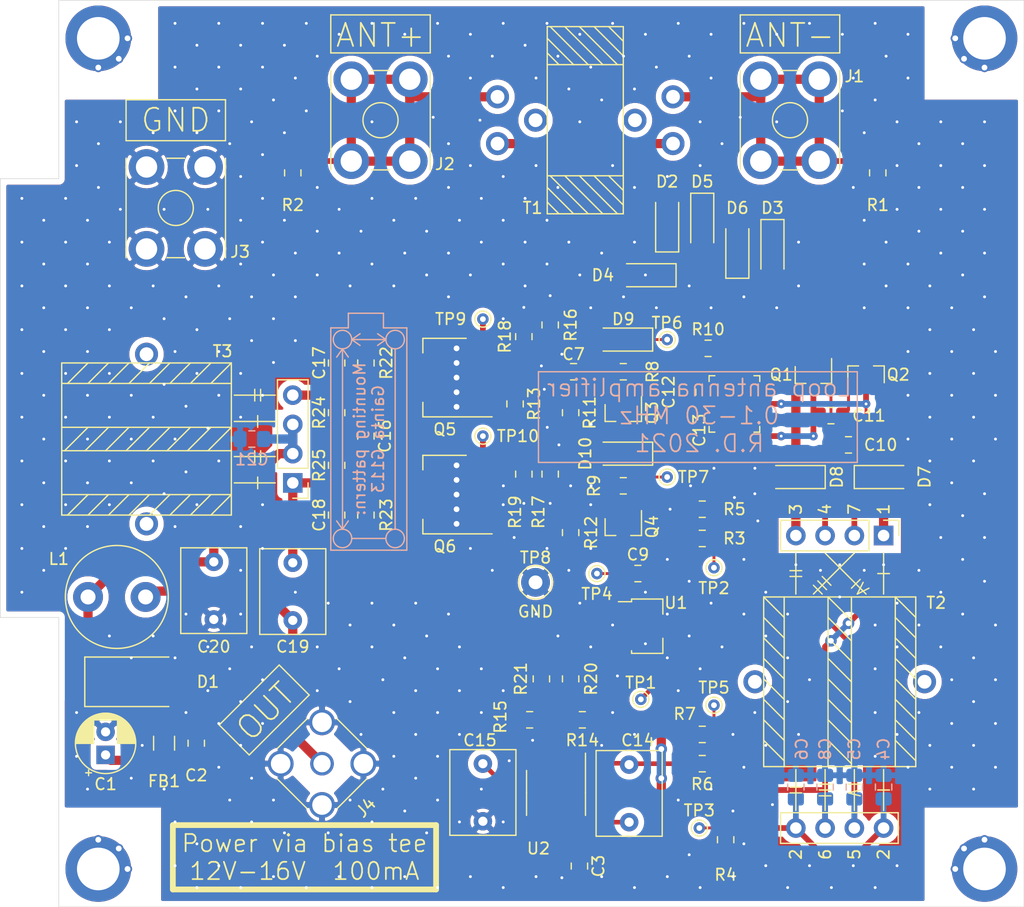
<source format=kicad_pcb>
(kicad_pcb (version 20171130) (host pcbnew 5.1.9)
  (layers (0 F.Cu signal) (31 B.Cu signal) (34 B.Paste user) (35 F.Paste user) (36 B.SilkS user) (37 F.SilkS user) (38 B.Mask user) (39 F.Mask user) (44 Edge.Cuts user))
  (net 0 "")
  (net 1 GND)
  (net 2 VCC)
  (net 3 "Net-(C4-Pad1)")
  (net 4 +10V)
  (net 5 "Net-(C8-Pad1)")
  (net 6 "Net-(C11-Pad1)")
  (net 7 "Net-(C10-Pad2)")
  (net 8 "Net-(C10-Pad1)")
  (net 9 "Net-(C11-Pad2)")
  (net 10 "Net-(C13-Pad1)")
  (net 11 "Net-(C14-Pad1)")
  (net 12 "Net-(C15-Pad1)")
  (net 13 /VFEED)
  (net 14 "Net-(D2-Pad2)")
  (net 15 "Net-(D2-Pad1)")
  (net 16 "Net-(D3-Pad1)")
  (net 17 "Net-(D9-Pad2)")
  (net 18 "Net-(D10-Pad2)")
  (net 19 "Net-(J1-Pad1)")
  (net 20 "Net-(J2-Pad1)")
  (net 21 "Net-(Q3-Pad2)")
  (net 22 "Net-(Q4-Pad2)")
  (net 23 "Net-(U2-Pad6)")
  (net 24 "Net-(H1-Pad1)")
  (net 25 "Net-(H2-Pad1)")
  (net 26 "Net-(H3-Pad1)")
  (net 27 "Net-(H4-Pad1)")
  (net 28 "Net-(C5-Pad1)")
  (net 29 "Net-(C12-Pad2)")
  (net 30 "Net-(C14-Pad2)")
  (net 31 "Net-(C16-Pad2)")
  (net 32 "Net-(C16-Pad1)")
  (net 33 "Net-(C17-Pad1)")
  (net 34 "Net-(C19-Pad1)")
  (net 35 "Net-(R24-Pad2)")
  (net 36 "Net-(C18-Pad1)")
  (module Resistor_SMD:R_0805_2012Metric_Pad1.15x1.40mm_HandSolder (layer F.Cu) (at 78.486 115.57)
    (fp_text reference R14 (at 0 1.778 180) (layer F.SilkS))
    (fp_text value 10k)
    (pad 2 smd roundrect (at 1.025 0) (size 1.15 1.4) (layers F.Cu F.Paste F.Mask) (roundrect_rratio 0.217391) (net 1 GND))
    (pad 1 smd roundrect (at -1.025 0) (size 1.15 1.4) (layers F.Cu F.Paste F.Mask) (roundrect_rratio 0.217391) (net 11 "Net-(C14-Pad1)"))
  )
  (module Diode_SMD:D_SMB_Handsoldering (layer F.Cu) (at 39.878 112.268)
    (fp_text reference D1 (at 6.096 0) (layer F.SilkS))
    (fp_text value SMBJ16A)
    (pad 2 smd rect (at 2.7 0) (size 3.5 2.3) (layers F.Cu F.Paste F.Mask) (net 1 GND))
    (pad 1 smd rect (at -2.7 0) (size 3.5 2.3) (layers F.Cu F.Paste F.Mask) (net 13 /VFEED))
  )
  (module Resistor_SMD:R_0805_2012Metric_Pad1.15x1.40mm_HandSolder (layer F.Cu) (at 75.692 94.234 90)
    (fp_text reference R17 (at -3.302 -1.016 270) (layer F.SilkS))
    (fp_text value DNP)
    (pad 2 smd roundrect (at 1.025 0 90) (size 1.15 1.4) (layers F.Cu F.Paste F.Mask) (roundrect_rratio 0.217391) (net 18 "Net-(D10-Pad2)"))
    (pad 1 smd roundrect (at -1.025 0 90) (size 1.15 1.4) (layers F.Cu F.Paste F.Mask) (roundrect_rratio 0.217391) (net 1 GND))
  )
  (module Resistor_SMD:R_0805_2012Metric_Pad1.15x1.40mm_HandSolder (layer F.Cu) (at 75.692 81.28 90)
    (fp_text reference R16 (at 0 1.778 90) (layer F.SilkS))
    (fp_text value DNP)
    (pad 2 smd roundrect (at 1.025 0 90) (size 1.15 1.4) (layers F.Cu F.Paste F.Mask) (roundrect_rratio 0.217391) (net 1 GND))
    (pad 1 smd roundrect (at -1.025 0 90) (size 1.15 1.4) (layers F.Cu F.Paste F.Mask) (roundrect_rratio 0.217391) (net 17 "Net-(D9-Pad2)"))
  )
  (module Inductor_THT:L_Radial_D8.7mm_P5.00mm_Fastron_07HCP (layer F.Cu) (at 35.56 104.902)
    (fp_text reference L1 (at -2.54 -3.302) (layer F.SilkS))
    (fp_text value 1mH)
    (pad 2 thru_hole circle (at 5 0) (size 2.6 2.6) (drill 1.3) (layers *.Cu *.Mask) (net 34 "Net-(C19-Pad1)"))
    (pad 1 thru_hole circle (at 0 0) (size 2.6 2.6) (drill 1.3) (layers *.Cu *.Mask) (net 13 /VFEED))
  )
  (module Capacitor_THT:C_Rect_L7.2mm_W5.5mm_P5.00mm_FKS2_FKP2_MKS2_MKP2 (layer F.Cu) (at 46.482 101.854 270)
    (fp_text reference C20 (at 7.366 0 180) (layer F.SilkS))
    (fp_text value 1u)
    (pad 2 thru_hole circle (at 5 0 270) (size 1.6 1.6) (drill 0.8) (layers *.Cu *.Mask) (net 1 GND))
    (pad 1 thru_hole circle (at 0 0 270) (size 1.6 1.6) (drill 0.8) (layers *.Cu *.Mask) (net 13 /VFEED))
  )
  (module Capacitor_THT:C_Rect_L7.2mm_W5.5mm_P5.00mm_FKS2_FKP2_MKS2_MKP2 (layer F.Cu) (at 53.34 106.934 90)
    (fp_text reference C19 (at -2.286 0 180) (layer F.SilkS))
    (fp_text value 1u)
    (pad 2 thru_hole circle (at 5 0 90) (size 1.6 1.6) (drill 0.8) (layers *.Cu *.Mask) (net 36 "Net-(C18-Pad1)"))
    (pad 1 thru_hole circle (at 0 0 90) (size 1.6 1.6) (drill 0.8) (layers *.Cu *.Mask) (net 34 "Net-(C19-Pad1)"))
  )
  (module Capacitor_THT:C_Rect_L7.2mm_W5.5mm_P5.00mm_FKS2_FKP2_MKS2_MKP2 (layer F.Cu) (at 69.85 119.38 270)
    (fp_text reference C15 (at -2.032 0.254 180) (layer F.SilkS))
    (fp_text value 1u)
    (pad 2 thru_hole circle (at 5 0 270) (size 1.6 1.6) (drill 0.8) (layers *.Cu *.Mask) (net 1 GND))
    (pad 1 thru_hole circle (at 0 0 270) (size 1.6 1.6) (drill 0.8) (layers *.Cu *.Mask) (net 12 "Net-(C15-Pad1)"))
  )
  (module Capacitor_THT:C_Rect_L7.2mm_W5.5mm_P5.00mm_FKS2_FKP2_MKS2_MKP2 (layer F.Cu) (at 82.55 124.46 90)
    (fp_text reference C14 (at 7.112 0.762 180) (layer F.SilkS))
    (fp_text value 1u)
    (pad 2 thru_hole circle (at 5 0 90) (size 1.6 1.6) (drill 0.8) (layers *.Cu *.Mask) (net 30 "Net-(C14-Pad2)"))
    (pad 1 thru_hole circle (at 0 0 90) (size 1.6 1.6) (drill 0.8) (layers *.Cu *.Mask) (net 11 "Net-(C14-Pad1)"))
  )
  (module Resistor_SMD:R_0805_2012Metric_Pad1.15x1.40mm_HandSolder (layer F.Cu) (at 59.69 97.79 90)
    (fp_text reference R23 (at 0 1.778 90) (layer F.SilkS))
    (fp_text value 10)
    (pad 2 smd roundrect (at 1.025 0 90) (size 1.15 1.4) (layers F.Cu F.Paste F.Mask) (roundrect_rratio 0.217391) (net 36 "Net-(C18-Pad1)"))
    (pad 1 smd roundrect (at -1.025 0 90) (size 1.15 1.4) (layers F.Cu F.Paste F.Mask) (roundrect_rratio 0.217391) (net 31 "Net-(C16-Pad2)"))
  )
  (module Resistor_SMD:R_0805_2012Metric_Pad1.15x1.40mm_HandSolder (layer F.Cu) (at 59.69 84.582 270)
    (fp_text reference R22 (at 0 -1.778 90) (layer F.SilkS))
    (fp_text value 10)
    (pad 2 smd roundrect (at 1.025 0 270) (size 1.15 1.4) (layers F.Cu F.Paste F.Mask) (roundrect_rratio 0.217391) (net 33 "Net-(C17-Pad1)"))
    (pad 1 smd roundrect (at -1.025 0 270) (size 1.15 1.4) (layers F.Cu F.Paste F.Mask) (roundrect_rratio 0.217391) (net 32 "Net-(C16-Pad1)"))
  )
  (module Resistor_SMD:R_0805_2012Metric_Pad1.15x1.40mm_HandSolder (layer F.Cu) (at 73.914 115.57 180)
    (fp_text reference R15 (at 2.54 0.254 90) (layer F.SilkS))
    (fp_text value 10k)
    (pad 2 smd roundrect (at 1.025 0 180) (size 1.15 1.4) (layers F.Cu F.Paste F.Mask) (roundrect_rratio 0.217391) (net 1 GND))
    (pad 1 smd roundrect (at -1.025 0 180) (size 1.15 1.4) (layers F.Cu F.Paste F.Mask) (roundrect_rratio 0.217391) (net 12 "Net-(C15-Pad1)"))
  )
  (module Capacitor_SMD:C_0805_2012Metric_Pad1.15x1.40mm_HandSolder (layer F.Cu) (at 57.15 97.79 270)
    (fp_text reference C18 (at 0 1.524 90) (layer F.SilkS))
    (fp_text value 100n)
    (pad 2 smd roundrect (at 1.025 0 270) (size 1.15 1.4) (layers F.Cu F.Paste F.Mask) (roundrect_rratio 0.217391) (net 31 "Net-(C16-Pad2)"))
    (pad 1 smd roundrect (at -1.025 0 270) (size 1.15 1.4) (layers F.Cu F.Paste F.Mask) (roundrect_rratio 0.217391) (net 36 "Net-(C18-Pad1)"))
  )
  (module Capacitor_SMD:C_0805_2012Metric_Pad1.15x1.40mm_HandSolder (layer F.Cu) (at 57.15 84.582 90)
    (fp_text reference C17 (at 0 -1.524 90) (layer F.SilkS))
    (fp_text value 100n)
    (pad 2 smd roundrect (at 1.025 0 90) (size 1.15 1.4) (layers F.Cu F.Paste F.Mask) (roundrect_rratio 0.217391) (net 32 "Net-(C16-Pad1)"))
    (pad 1 smd roundrect (at -1.025 0 90) (size 1.15 1.4) (layers F.Cu F.Paste F.Mask) (roundrect_rratio 0.217391) (net 33 "Net-(C17-Pad1)"))
  )
  (module local_footprints:BN_43_202_Trafo1P1S (layer F.Cu) (at 40.64 91.186 180)
    (fp_text reference T3 (at -6.604 7.62) (layer F.SilkS))
    (fp_text value "Output balun")
    (pad ~ thru_hole circle (at 0 -7.366 180) (size 2 2) (drill 1.2) (layers *.Cu *.Mask))
    (pad ~ thru_hole circle (at 0 7.366 180) (size 2 2) (drill 1.2) (layers *.Cu *.Mask))
    (pad 2 thru_hole oval (at -12.7 -1.27 180) (size 1.7 1.7) (drill 1) (layers *.Cu *.Mask) (net 13 /VFEED))
    (pad 1 thru_hole rect (at -12.7 -3.81 180) (size 1.7 1.7) (drill 1) (layers *.Cu *.Mask) (net 36 "Net-(C18-Pad1)"))
    (pad 3 thru_hole oval (at -12.7 3.81 180) (size 1.7 1.7) (drill 1) (layers *.Cu *.Mask) (net 33 "Net-(C17-Pad1)"))
    (pad 4 thru_hole oval (at -12.7 1.27 180) (size 1.7 1.7) (drill 1) (layers *.Cu *.Mask) (net 13 /VFEED))
  )
  (module local_footprints:MountingHole (layer F.Cu) (at 113.411 128.524 180)
    (fp_text reference H4 hide)
    (fp_text value MountingHole hide)
    (pad 1 thru_hole circle (at 0 0 180) (size 5.7 5.7) (drill 3.7) (layers *.Cu *.Mask) (net 27 "Net-(H4-Pad1)"))
    (pad 1 thru_hole circle (at 2.54 0 180) (size 0.8 0.8) (drill 0.5) (layers *.Cu *.Mask) (net 27 "Net-(H4-Pad1)"))
    (pad 1 thru_hole circle (at 1.778 1.778 180) (size 0.8 0.8) (drill 0.5) (layers *.Cu *.Mask) (net 27 "Net-(H4-Pad1)"))
    (pad 1 thru_hole circle (at 0 2.54 180) (size 0.8 0.8) (drill 0.5) (layers *.Cu *.Mask) (net 27 "Net-(H4-Pad1)"))
  )
  (module local_footprints:MountingHole (layer F.Cu) (at 36.449 128.524 90)
    (fp_text reference H3 hide)
    (fp_text value MountingHole hide)
    (pad 1 thru_hole circle (at 0 0 90) (size 5.7 5.7) (drill 3.7) (layers *.Cu *.Mask) (net 26 "Net-(H3-Pad1)"))
    (pad 1 thru_hole circle (at 2.54 0 90) (size 0.8 0.8) (drill 0.5) (layers *.Cu *.Mask) (net 26 "Net-(H3-Pad1)"))
    (pad 1 thru_hole circle (at 1.778 1.778 90) (size 0.8 0.8) (drill 0.5) (layers *.Cu *.Mask) (net 26 "Net-(H3-Pad1)"))
    (pad 1 thru_hole circle (at 0 2.54 90) (size 0.8 0.8) (drill 0.5) (layers *.Cu *.Mask) (net 26 "Net-(H3-Pad1)"))
  )
  (module local_footprints:MountingHole (layer F.Cu) (at 113.411 56.388 270)
    (fp_text reference H2 hide)
    (fp_text value MountingHole hide)
    (pad 1 thru_hole circle (at 0 0 270) (size 5.7 5.7) (drill 3.7) (layers *.Cu *.Mask) (net 25 "Net-(H2-Pad1)"))
    (pad 1 thru_hole circle (at 2.54 0 270) (size 0.8 0.8) (drill 0.5) (layers *.Cu *.Mask) (net 25 "Net-(H2-Pad1)"))
    (pad 1 thru_hole circle (at 1.778 1.778 270) (size 0.8 0.8) (drill 0.5) (layers *.Cu *.Mask) (net 25 "Net-(H2-Pad1)"))
    (pad 1 thru_hole circle (at 0 2.54 270) (size 0.8 0.8) (drill 0.5) (layers *.Cu *.Mask) (net 25 "Net-(H2-Pad1)"))
  )
  (module local_footprints:MountingHole (layer F.Cu) (at 36.449 56.388)
    (fp_text reference H1 hide)
    (fp_text value MountingHole hide)
    (pad 1 thru_hole circle (at 0 0) (size 5.7 5.7) (drill 3.7) (layers *.Cu *.Mask) (net 24 "Net-(H1-Pad1)"))
    (pad 1 thru_hole circle (at 2.54 0) (size 0.8 0.8) (drill 0.5) (layers *.Cu *.Mask) (net 24 "Net-(H1-Pad1)"))
    (pad 1 thru_hole circle (at 1.778 1.778) (size 0.8 0.8) (drill 0.5) (layers *.Cu *.Mask) (net 24 "Net-(H1-Pad1)"))
    (pad 1 thru_hole circle (at 0 2.54) (size 0.8 0.8) (drill 0.5) (layers *.Cu *.Mask) (net 24 "Net-(H1-Pad1)"))
  )
  (module Capacitor_SMD:C_0805_2012Metric_Pad1.15x1.40mm_HandSolder (layer F.Cu) (at 78.232 128.27 270)
    (fp_text reference C3 (at 0 -1.65 90) (layer F.SilkS))
    (fp_text value 100n)
    (pad 2 smd roundrect (at 1.025 0 270) (size 1.15 1.4) (layers F.Cu F.Paste F.Mask) (roundrect_rratio 0.217391) (net 1 GND))
    (pad 1 smd roundrect (at -1.025 0 270) (size 1.15 1.4) (layers F.Cu F.Paste F.Mask) (roundrect_rratio 0.217391) (net 2 VCC))
  )
  (module Diode_SMD:D_MiniMELF (layer F.Cu) (at 82.042 92.456 180)
    (fp_text reference D10 (at 3.302 0 90) (layer F.SilkS))
    (fp_text value LL4148)
    (pad 2 smd rect (at 1.75 0 180) (size 1.3 1.7) (layers F.Cu F.Paste F.Mask) (net 18 "Net-(D10-Pad2)"))
    (pad 1 smd rect (at -1.75 0 180) (size 1.3 1.7) (layers F.Cu F.Paste F.Mask) (net 6 "Net-(C11-Pad1)"))
  )
  (module Resistor_SMD:R_0805_2012Metric_Pad1.15x1.40mm_HandSolder (layer F.Cu) (at 88.9 99.822 180)
    (fp_text reference R3 (at -2.794 0) (layer F.SilkS))
    (fp_text value 3.3k)
    (pad 2 smd roundrect (at 1.025 0 180) (size 1.15 1.4) (layers F.Cu F.Paste F.Mask) (roundrect_rratio 0.217391) (net 4 +10V))
    (pad 1 smd roundrect (at -1.025 0 180) (size 1.15 1.4) (layers F.Cu F.Paste F.Mask) (roundrect_rratio 0.217391) (net 28 "Net-(C5-Pad1)"))
  )
  (module Diode_SMD:D_MiniMELF (layer F.Cu) (at 82.042 82.55 180)
    (fp_text reference D9 (at 0 1.778) (layer F.SilkS))
    (fp_text value LL4148)
    (pad 2 smd rect (at 1.75 0 180) (size 1.3 1.7) (layers F.Cu F.Paste F.Mask) (net 17 "Net-(D9-Pad2)"))
    (pad 1 smd rect (at -1.75 0 180) (size 1.3 1.7) (layers F.Cu F.Paste F.Mask) (net 7 "Net-(C10-Pad2)"))
  )
  (module Capacitor_SMD:C_0805_2012Metric_Pad1.15x1.40mm_HandSolder (layer F.Cu) (at 77.724 85.344 180)
    (fp_text reference C7 (at 0 1.524) (layer F.SilkS))
    (fp_text value 100n)
    (pad 2 smd roundrect (at 1.025 0 180) (size 1.15 1.4) (layers F.Cu F.Paste F.Mask) (roundrect_rratio 0.217391) (net 1 GND))
    (pad 1 smd roundrect (at -1.025 0 180) (size 1.15 1.4) (layers F.Cu F.Paste F.Mask) (roundrect_rratio 0.217391) (net 4 +10V))
  )
  (module Package_TO_SOT_SMD:SOT-23 (layer F.Cu) (at 82.042 98.806 270)
    (fp_text reference Q4 (at 0 -2.5 90) (layer F.SilkS))
    (fp_text value MMBT3904)
    (pad 3 smd rect (at 1 0 270) (size 0.9 0.8) (layers F.Cu F.Paste F.Mask) (net 4 +10V))
    (pad 2 smd rect (at -1 0.95 270) (size 0.9 0.8) (layers F.Cu F.Paste F.Mask) (net 22 "Net-(Q4-Pad2)"))
    (pad 1 smd rect (at -1 -0.95 270) (size 0.9 0.8) (layers F.Cu F.Paste F.Mask) (net 6 "Net-(C11-Pad1)"))
  )
  (module Package_TO_SOT_SMD:SOT-23 (layer F.Cu) (at 82.042 88.9 270)
    (fp_text reference Q3 (at 0 -2.5 90) (layer F.SilkS))
    (fp_text value MMBT3904)
    (pad 3 smd rect (at 1 0 270) (size 0.9 0.8) (layers F.Cu F.Paste F.Mask) (net 4 +10V))
    (pad 2 smd rect (at -1 0.95 270) (size 0.9 0.8) (layers F.Cu F.Paste F.Mask) (net 21 "Net-(Q3-Pad2)"))
    (pad 1 smd rect (at -1 -0.95 270) (size 0.9 0.8) (layers F.Cu F.Paste F.Mask) (net 7 "Net-(C10-Pad2)"))
  )
  (module Resistor_SMD:R_0805_2012Metric_Pad1.15x1.40mm_HandSolder (layer F.Cu) (at 82.042 85.344 180)
    (fp_text reference R8 (at -2.54 0 90) (layer F.SilkS))
    (fp_text value 470)
    (pad 2 smd roundrect (at 1.025 0 180) (size 1.15 1.4) (layers F.Cu F.Paste F.Mask) (roundrect_rratio 0.217391) (net 4 +10V))
    (pad 1 smd roundrect (at -1.025 0 180) (size 1.15 1.4) (layers F.Cu F.Paste F.Mask) (roundrect_rratio 0.217391) (net 7 "Net-(C10-Pad2)"))
  )
  (module Resistor_SMD:R_0805_2012Metric_Pad1.15x1.40mm_HandSolder (layer F.Cu) (at 82.042 95.25)
    (fp_text reference R9 (at -2.54 0 90) (layer F.SilkS))
    (fp_text value 470)
    (pad 2 smd roundrect (at 1.025 0) (size 1.15 1.4) (layers F.Cu F.Paste F.Mask) (roundrect_rratio 0.217391) (net 6 "Net-(C11-Pad1)"))
    (pad 1 smd roundrect (at -1.025 0) (size 1.15 1.4) (layers F.Cu F.Paste F.Mask) (roundrect_rratio 0.217391) (net 4 +10V))
  )
  (module local_footprints:BN_43_202_Trafo1SP2S (layer F.Cu) (at 100.838 112.268 270)
    (fp_text reference T2 (at -6.858 -8.382 180) (layer F.SilkS))
    (fp_text value "Normalization trafo")
    (fp_text user 2 (at 14.986 3.81 90) (layer F.SilkS))
    (fp_text user 6 (at 14.986 1.27 90) (layer F.SilkS))
    (fp_text user 5 (at 14.986 -1.27 90) (layer F.SilkS))
    (fp_text user 2 (at 14.986 -3.81 90) (layer F.SilkS))
    (fp_text user 3 (at -14.986 3.81 90) (layer F.SilkS))
    (fp_text user 4 (at -14.986 1.27 90) (layer F.SilkS))
    (fp_text user 7 (at -14.986 -1.27 90) (layer F.SilkS))
    (fp_text user 1 (at -14.986 -3.81 90) (layer F.SilkS))
    (pad 2 thru_hole oval (at 12.7 3.81 270) (size 1.7 1.7) (drill 1) (layers *.Cu *.Mask) (net 3 "Net-(C4-Pad1)"))
    (pad 3 thru_hole oval (at -12.7 3.81 270) (size 1.7 1.7) (drill 1) (layers *.Cu *.Mask) (net 16 "Net-(D3-Pad1)"))
    (pad 1 thru_hole rect (at -12.7 -3.81 270) (size 1.7 1.7) (drill 1) (layers *.Cu *.Mask) (net 14 "Net-(D2-Pad2)"))
    (pad 2 thru_hole oval (at 12.7 -3.81 270) (size 1.7 1.7) (drill 1) (layers *.Cu *.Mask) (net 3 "Net-(C4-Pad1)"))
    (pad 5 thru_hole oval (at 12.7 -1.27 270) (size 1.7 1.7) (drill 1) (layers *.Cu *.Mask) (net 28 "Net-(C5-Pad1)"))
    (pad 7 thru_hole circle (at -12.7 -1.27 270) (size 1.7 1.7) (drill 1) (layers *.Cu *.Mask) (net 9 "Net-(C11-Pad2)"))
    (pad 6 thru_hole oval (at 12.7 1.27 270) (size 1.7 1.7) (drill 1) (layers *.Cu *.Mask) (net 5 "Net-(C8-Pad1)"))
    (pad 4 thru_hole oval (at -12.7 1.27 270) (size 1.7 1.7) (drill 1) (layers *.Cu *.Mask) (net 8 "Net-(C10-Pad1)"))
    (pad ~ thru_hole circle (at 0 7.366 270) (size 2 2) (drill 1.2) (layers *.Cu *.Mask))
    (pad ~ thru_hole circle (at 0 -7.366 270) (size 2 2) (drill 1.2) (layers *.Cu *.Mask))
  )
  (module Package_TO_SOT_SMD:SOT-23 (layer F.Cu) (at 103.124 85.598 90)
    (fp_text reference Q1 (at 0 -7.366 180) (layer F.SilkS))
    (fp_text value MMBT3904)
    (pad 3 smd rect (at 1 0 90) (size 0.9 0.8) (layers F.Cu F.Paste F.Mask) (net 7 "Net-(C10-Pad2)"))
    (pad 2 smd rect (at -1 0.95 90) (size 0.9 0.8) (layers F.Cu F.Paste F.Mask) (net 14 "Net-(D2-Pad2)"))
    (pad 1 smd rect (at -1 -0.95 90) (size 0.9 0.8) (layers F.Cu F.Paste F.Mask) (net 9 "Net-(C11-Pad2)"))
  )
  (module Package_SO:SO-8_3.9x4.9mm_P1.27mm (layer F.Cu) (at 76.2 121.92 270)
    (fp_text reference U2 (at 4.826 1.524 180) (layer F.SilkS))
    (fp_text value TL072)
    (pad 8 smd roundrect (at 2.575 -1.905 270) (size 1.75 0.6) (layers F.Cu F.Paste F.Mask) (net 2 VCC))
    (pad 7 smd roundrect (at 2.575 -0.635 270) (size 1.75 0.6) (layers F.Cu F.Paste F.Mask) (net 23 "Net-(U2-Pad6)"))
    (pad 6 smd roundrect (at 2.575 0.635 270) (size 1.75 0.6) (layers F.Cu F.Paste F.Mask) (net 23 "Net-(U2-Pad6)"))
    (pad 5 smd roundrect (at 2.575 1.905 270) (size 1.75 0.6) (layers F.Cu F.Paste F.Mask) (net 11 "Net-(C14-Pad1)"))
    (pad 4 smd roundrect (at -2.575 1.905 270) (size 1.75 0.6) (layers F.Cu F.Paste F.Mask) (net 1 GND))
    (pad 3 smd roundrect (at -2.575 0.635 270) (size 1.75 0.6) (layers F.Cu F.Paste F.Mask) (net 12 "Net-(C15-Pad1)"))
    (pad 2 smd roundrect (at -2.575 -0.635 270) (size 1.75 0.6) (layers F.Cu F.Paste F.Mask) (net 11 "Net-(C14-Pad1)"))
    (pad 1 smd roundrect (at -2.575 -1.905 270) (size 1.75 0.6) (layers F.Cu F.Paste F.Mask) (net 30 "Net-(C14-Pad2)"))
  )
  (module Package_TO_SOT_SMD:SOT-89-3 (layer F.Cu) (at 83.82 107.442)
    (fp_text reference U1 (at 2.794 -2.032) (layer F.SilkS))
    (fp_text value L78L10)
    (pad 2 smd custom (at -1.5625 0) (size 1.475 0.9) (layers F.Cu F.Paste F.Mask) (net 1 GND) (options (clearance outline) (anchor rect)) (primitives (gr_poly (pts (xy 0.7375 -0.8665) (xy 3.8625 -0.8665) (xy 3.8625 0.8665) (xy 0.7375 0.8665)) (width 0))))
    (pad 3 smd rect (at -1.65 1.5) (size 1.3 0.9) (layers F.Cu F.Paste F.Mask) (net 2 VCC))
    (pad 1 smd rect (at -1.65 -1.5) (size 1.3 0.9) (layers F.Cu F.Paste F.Mask) (net 4 +10V))
  )
  (module TestPoint:TestPoint_THTPad_D1.0mm_Drill0.5mm (layer F.Cu) (at 69.85 80.772)
    (fp_text reference TP9 (at -2.794 0) (layer F.SilkS))
    (fp_text value TestPoint)
    (pad 1 thru_hole circle (at 0 0) (size 1 1) (drill 0.5) (layers *.Cu *.Mask) (net 17 "Net-(D9-Pad2)"))
  )
  (module TestPoint:TestPoint_THTPad_D1.0mm_Drill0.5mm (layer F.Cu) (at 69.85 90.932)
    (fp_text reference TP10 (at 3.048 0) (layer F.SilkS))
    (fp_text value TestPoint)
    (pad 1 thru_hole circle (at 0 0) (size 1 1) (drill 0.5) (layers *.Cu *.Mask) (net 18 "Net-(D10-Pad2)"))
  )
  (module TestPoint:TestPoint_THTPad_D2.5mm_Drill1.2mm (layer F.Cu) (at 74.422 103.632)
    (fp_text reference TP8 (at 0 -2.148) (layer F.SilkS))
    (fp_text value TestPoint)
    (pad 1 thru_hole circle (at 0 0) (size 2.5 2.5) (drill 1.2) (layers *.Cu *.Mask) (net 1 GND))
  )
  (module TestPoint:TestPoint_THTPad_D1.0mm_Drill0.5mm (layer F.Cu) (at 85.852 94.488)
    (fp_text reference TP7 (at 2.286 0) (layer F.SilkS))
    (fp_text value TestPoint)
    (pad 1 thru_hole circle (at 0 0) (size 1 1) (drill 0.5) (layers *.Cu *.Mask) (net 6 "Net-(C11-Pad1)"))
  )
  (module TestPoint:TestPoint_THTPad_D1.0mm_Drill0.5mm (layer F.Cu) (at 85.852 82.55)
    (fp_text reference TP6 (at 0 -1.448) (layer F.SilkS))
    (fp_text value TestPoint)
    (pad 1 thru_hole circle (at 0 0) (size 1 1) (drill 0.5) (layers *.Cu *.Mask) (net 7 "Net-(C10-Pad2)"))
  )
  (module TestPoint:TestPoint_THTPad_D1.0mm_Drill0.5mm (layer F.Cu) (at 89.916 114.3 270)
    (fp_text reference TP5 (at -1.524 0) (layer F.SilkS))
    (fp_text value TestPoint)
    (pad 1 thru_hole circle (at 0 0 270) (size 1 1) (drill 0.5) (layers *.Cu *.Mask) (net 5 "Net-(C8-Pad1)"))
  )
  (module TestPoint:TestPoint_THTPad_D1.0mm_Drill0.5mm (layer F.Cu) (at 88.646 124.968 270)
    (fp_text reference TP3 (at -1.524 0 180) (layer F.SilkS))
    (fp_text value TestPoint)
    (pad 1 thru_hole circle (at 0 0 270) (size 1 1) (drill 0.5) (layers *.Cu *.Mask) (net 3 "Net-(C4-Pad1)"))
  )
  (module TestPoint:TestPoint_THTPad_D1.0mm_Drill0.5mm (layer F.Cu) (at 79.756 102.87)
    (fp_text reference TP4 (at 0 1.778 180) (layer F.SilkS))
    (fp_text value TestPoint)
    (pad 1 thru_hole circle (at 0 0) (size 1 1) (drill 0.5) (layers *.Cu *.Mask) (net 4 +10V))
  )
  (module TestPoint:TestPoint_THTPad_D1.0mm_Drill0.5mm (layer F.Cu) (at 89.916 102.362 270)
    (fp_text reference TP2 (at 1.778 0 180) (layer F.SilkS))
    (fp_text value TestPoint)
    (pad 1 thru_hole circle (at 0 0 270) (size 1 1) (drill 0.5) (layers *.Cu *.Mask) (net 28 "Net-(C5-Pad1)"))
  )
  (module TestPoint:TestPoint_THTPad_D1.0mm_Drill0.5mm (layer F.Cu) (at 83.566 113.792)
    (fp_text reference TP1 (at 0 -1.448) (layer F.SilkS))
    (fp_text value TestPoint)
    (pad 1 thru_hole circle (at 0 0) (size 1 1) (drill 0.5) (layers *.Cu *.Mask) (net 2 VCC))
  )
  (module local_footprints:FairRite_5943004901_Standing (layer F.Cu) (at 78.74 63.5 270)
    (fp_text reference T1 (at 7.62 4.572 180) (layer F.SilkS))
    (fp_text value "Isolation trafo")
    (pad 4 thru_hole circle (at 2.032 -7.62 270) (size 2 2) (drill 1.2) (layers *.Cu *.Mask) (net 14 "Net-(D2-Pad2)"))
    (pad 3 thru_hole circle (at 2.032 7.62 270) (size 2 2) (drill 1.2) (layers *.Cu *.Mask) (net 16 "Net-(D3-Pad1)"))
    (pad 2 thru_hole circle (at -2.032 7.62 270) (size 2 2) (drill 1.2) (layers *.Cu *.Mask) (net 20 "Net-(J2-Pad1)"))
    (pad 1 thru_hole circle (at -2.032 -7.62 270) (size 2 2) (drill 1.2) (layers *.Cu *.Mask) (net 19 "Net-(J1-Pad1)"))
    (pad ~ thru_hole circle (at 0 4.318 270) (size 2 2) (drill 1.2) (layers *.Cu *.Mask))
    (pad ~ thru_hole circle (at 0 -4.318 270) (size 2 2) (drill 1.2) (layers *.Cu *.Mask))
  )
  (module Resistor_SMD:R_0805_2012Metric_Pad1.15x1.40mm_HandSolder (layer F.Cu) (at 57.15 93.472 270)
    (fp_text reference R25 (at 0 1.524 90) (layer F.SilkS))
    (fp_text value 100)
    (pad 1 smd roundrect (at -1.025 0 270) (size 1.15 1.4) (layers F.Cu F.Paste F.Mask) (roundrect_rratio 0.217391) (net 35 "Net-(R24-Pad2)"))
    (pad 2 smd roundrect (at 1.025 0 270) (size 1.15 1.4) (layers F.Cu F.Paste F.Mask) (roundrect_rratio 0.217391) (net 36 "Net-(C18-Pad1)"))
  )
  (module Resistor_SMD:R_0805_2012Metric_Pad1.15x1.40mm_HandSolder (layer F.Cu) (at 57.15 88.9 270)
    (fp_text reference R24 (at 0 1.524 90) (layer F.SilkS))
    (fp_text value 100)
    (pad 1 smd roundrect (at -1.025 0 270) (size 1.15 1.4) (layers F.Cu F.Paste F.Mask) (roundrect_rratio 0.217391) (net 33 "Net-(C17-Pad1)"))
    (pad 2 smd roundrect (at 1.025 0 270) (size 1.15 1.4) (layers F.Cu F.Paste F.Mask) (roundrect_rratio 0.217391) (net 35 "Net-(R24-Pad2)"))
  )
  (module Resistor_SMD:R_0805_2012Metric_Pad1.15x1.40mm_HandSolder (layer F.Cu) (at 73.406 82.296 90)
    (fp_text reference R18 (at 0 -1.65 90) (layer F.SilkS))
    (fp_text value 470)
    (pad 1 smd roundrect (at -1.025 0 90) (size 1.15 1.4) (layers F.Cu F.Paste F.Mask) (roundrect_rratio 0.217391) (net 17 "Net-(D9-Pad2)"))
    (pad 2 smd roundrect (at 1.025 0 90) (size 1.15 1.4) (layers F.Cu F.Paste F.Mask) (roundrect_rratio 0.217391) (net 1 GND))
  )
  (module Resistor_SMD:R_0805_2012Metric_Pad1.15x1.40mm_HandSolder (layer F.Cu) (at 73.406 94.234 90)
    (fp_text reference R19 (at -3.302 -0.762 90) (layer F.SilkS))
    (fp_text value 470)
    (pad 1 smd roundrect (at -1.025 0 90) (size 1.15 1.4) (layers F.Cu F.Paste F.Mask) (roundrect_rratio 0.217391) (net 1 GND))
    (pad 2 smd roundrect (at 1.025 0 90) (size 1.15 1.4) (layers F.Cu F.Paste F.Mask) (roundrect_rratio 0.217391) (net 18 "Net-(D10-Pad2)"))
  )
  (module Resistor_SMD:R_0805_2012Metric_Pad1.15x1.40mm_HandSolder (layer F.Cu) (at 72.644 88.138 270)
    (fp_text reference R13 (at 0 -1.65 90) (layer F.SilkS))
    (fp_text value 10)
    (pad 1 smd roundrect (at -1.025 0 270) (size 1.15 1.4) (layers F.Cu F.Paste F.Mask) (roundrect_rratio 0.217391) (net 17 "Net-(D9-Pad2)"))
    (pad 2 smd roundrect (at 1.025 0 270) (size 1.15 1.4) (layers F.Cu F.Paste F.Mask) (roundrect_rratio 0.217391) (net 18 "Net-(D10-Pad2)"))
  )
  (module Resistor_SMD:R_0805_2012Metric_Pad1.15x1.40mm_HandSolder (layer F.Cu) (at 74.93 112.014 270)
    (fp_text reference R21 (at 0 1.778 90) (layer F.SilkS))
    (fp_text value 10k)
    (pad 2 smd roundrect (at 1.025 0 270) (size 1.15 1.4) (layers F.Cu F.Paste F.Mask) (roundrect_rratio 0.217391) (net 12 "Net-(C15-Pad1)"))
    (pad 1 smd roundrect (at -1.025 0 270) (size 1.15 1.4) (layers F.Cu F.Paste F.Mask) (roundrect_rratio 0.217391) (net 31 "Net-(C16-Pad2)"))
  )
  (module Resistor_SMD:R_0805_2012Metric_Pad1.15x1.40mm_HandSolder (layer F.Cu) (at 77.47 112.014 270)
    (fp_text reference R20 (at 0 -1.778 270) (layer F.SilkS))
    (fp_text value 10k)
    (pad 2 smd roundrect (at 1.025 0 270) (size 1.15 1.4) (layers F.Cu F.Paste F.Mask) (roundrect_rratio 0.217391) (net 11 "Net-(C14-Pad1)"))
    (pad 1 smd roundrect (at -1.025 0 270) (size 1.15 1.4) (layers F.Cu F.Paste F.Mask) (roundrect_rratio 0.217391) (net 32 "Net-(C16-Pad1)"))
  )
  (module Resistor_SMD:R_0805_2012Metric_Pad1.15x1.40mm_HandSolder (layer F.Cu) (at 77.47 99.314 90)
    (fp_text reference R12 (at 0 1.778 90) (layer F.SilkS))
    (fp_text value 1k)
    (pad 1 smd roundrect (at -1.025 0 90) (size 1.15 1.4) (layers F.Cu F.Paste F.Mask) (roundrect_rratio 0.217391) (net 1 GND))
    (pad 2 smd roundrect (at 1.025 0 90) (size 1.15 1.4) (layers F.Cu F.Paste F.Mask) (roundrect_rratio 0.217391) (net 22 "Net-(Q4-Pad2)"))
  )
  (module Resistor_SMD:R_0805_2012Metric_Pad1.15x1.40mm_HandSolder (layer F.Cu) (at 77.47 88.9 270)
    (fp_text reference R11 (at 0 -1.65 90) (layer F.SilkS))
    (fp_text value 1k)
    (pad 2 smd roundrect (at 1.025 0 270) (size 1.15 1.4) (layers F.Cu F.Paste F.Mask) (roundrect_rratio 0.217391) (net 1 GND))
    (pad 1 smd roundrect (at -1.025 0 270) (size 1.15 1.4) (layers F.Cu F.Paste F.Mask) (roundrect_rratio 0.217391) (net 21 "Net-(Q3-Pad2)"))
  )
  (module Resistor_SMD:R_0805_2012Metric_Pad1.15x1.40mm_HandSolder (layer F.Cu) (at 89.408 83.312)
    (fp_text reference R10 (at 0 -1.65) (layer F.SilkS))
    (fp_text value 1k)
    (pad 2 smd roundrect (at 1.025 0) (size 1.15 1.4) (layers F.Cu F.Paste F.Mask) (roundrect_rratio 0.217391) (net 10 "Net-(C13-Pad1)"))
    (pad 1 smd roundrect (at -1.025 0) (size 1.15 1.4) (layers F.Cu F.Paste F.Mask) (roundrect_rratio 0.217391) (net 29 "Net-(C12-Pad2)"))
  )
  (module Resistor_SMD:R_0805_2012Metric_Pad1.15x1.40mm_HandSolder (layer F.Cu) (at 88.9 119.38)
    (fp_text reference R7 (at -1.524 -4.318) (layer F.SilkS))
    (fp_text value 1k)
    (pad 2 smd roundrect (at 1.025 0) (size 1.15 1.4) (layers F.Cu F.Paste F.Mask) (roundrect_rratio 0.217391) (net 5 "Net-(C8-Pad1)"))
    (pad 1 smd roundrect (at -1.025 0) (size 1.15 1.4) (layers F.Cu F.Paste F.Mask) (roundrect_rratio 0.217391) (net 30 "Net-(C14-Pad2)"))
  )
  (module Resistor_SMD:R_0805_2012Metric_Pad1.15x1.40mm_HandSolder (layer F.Cu) (at 88.9 116.84 180)
    (fp_text reference R6 (at 0 -4.318) (layer F.SilkS))
    (fp_text value 1k)
    (pad 2 smd roundrect (at 1.025 0 180) (size 1.15 1.4) (layers F.Cu F.Paste F.Mask) (roundrect_rratio 0.217391) (net 1 GND))
    (pad 1 smd roundrect (at -1.025 0 180) (size 1.15 1.4) (layers F.Cu F.Paste F.Mask) (roundrect_rratio 0.217391) (net 5 "Net-(C8-Pad1)"))
  )
  (module Resistor_SMD:R_0805_2012Metric_Pad1.15x1.40mm_HandSolder (layer F.Cu) (at 88.9 97.282 180)
    (fp_text reference R5 (at -2.794 0) (layer F.SilkS))
    (fp_text value 1k)
    (pad 2 smd roundrect (at 1.025 0 180) (size 1.15 1.4) (layers F.Cu F.Paste F.Mask) (roundrect_rratio 0.217391) (net 1 GND))
    (pad 1 smd roundrect (at -1.025 0 180) (size 1.15 1.4) (layers F.Cu F.Paste F.Mask) (roundrect_rratio 0.217391) (net 28 "Net-(C5-Pad1)"))
  )
  (module Resistor_SMD:R_0805_2012Metric_Pad1.15x1.40mm_HandSolder (layer F.Cu) (at 90.932 125.984 270)
    (fp_text reference R4 (at 3.048 0 180) (layer F.SilkS))
    (fp_text value 100)
    (pad 2 smd roundrect (at 1.025 0 270) (size 1.15 1.4) (layers F.Cu F.Paste F.Mask) (roundrect_rratio 0.217391) (net 1 GND))
    (pad 1 smd roundrect (at -1.025 0 270) (size 1.15 1.4) (layers F.Cu F.Paste F.Mask) (roundrect_rratio 0.217391) (net 3 "Net-(C4-Pad1)"))
  )
  (module Resistor_SMD:R_0805_2012Metric_Pad1.15x1.40mm_HandSolder (layer F.Cu) (at 53.34 68.072 90)
    (fp_text reference R2 (at -2.794 0 180) (layer F.SilkS))
    (fp_text value 100k)
    (pad 2 smd roundrect (at 1.025 0 90) (size 1.15 1.4) (layers F.Cu F.Paste F.Mask) (roundrect_rratio 0.217391) (net 20 "Net-(J2-Pad1)"))
    (pad 1 smd roundrect (at -1.025 0 90) (size 1.15 1.4) (layers F.Cu F.Paste F.Mask) (roundrect_rratio 0.217391) (net 1 GND))
  )
  (module Resistor_SMD:R_0805_2012Metric_Pad1.15x1.40mm_HandSolder (layer F.Cu) (at 104.14 68.072 270)
    (fp_text reference R1 (at 2.794 0 180) (layer F.SilkS))
    (fp_text value 100k)
    (pad 2 smd roundrect (at 1.025 0 270) (size 1.15 1.4) (layers F.Cu F.Paste F.Mask) (roundrect_rratio 0.217391) (net 1 GND))
    (pad 1 smd roundrect (at -1.025 0 270) (size 1.15 1.4) (layers F.Cu F.Paste F.Mask) (roundrect_rratio 0.217391) (net 19 "Net-(J1-Pad1)"))
  )
  (module Package_TO_SOT_SMD:SOT-223-3_TabPin2 (layer F.Cu) (at 66.548 96.012 180)
    (fp_text reference Q6 (at 0 -4.5) (layer F.SilkS))
    (fp_text value PZT3904)
    (pad 2 smd rect (at 3.15 0 180) (size 2 3.8) (layers F.Cu F.Paste F.Mask) (net 31 "Net-(C16-Pad2)"))
    (pad "" smd rect (at -3.15 0 180) (size 2 1.5) (layers F.Cu F.Paste F.Mask))
    (pad 3 smd rect (at -3.15 2.3 180) (size 2 1.5) (layers F.Cu F.Paste F.Mask) (net 18 "Net-(D10-Pad2)"))
    (pad 1 smd rect (at -3.15 -2.3 180) (size 2 1.5) (layers F.Cu F.Paste F.Mask) (net 22 "Net-(Q4-Pad2)"))
  )
  (module Package_TO_SOT_SMD:SOT-223-3_TabPin2 (layer F.Cu) (at 66.548 85.852 180)
    (fp_text reference Q5 (at 0 -4.5) (layer F.SilkS))
    (fp_text value PZT3904)
    (pad 2 smd rect (at 3.15 0 180) (size 2 3.8) (layers F.Cu F.Paste F.Mask) (net 32 "Net-(C16-Pad1)"))
    (pad "" smd rect (at -3.15 0 180) (size 2 1.5) (layers F.Cu F.Paste F.Mask))
    (pad 3 smd rect (at -3.15 2.3 180) (size 2 1.5) (layers F.Cu F.Paste F.Mask) (net 17 "Net-(D9-Pad2)"))
    (pad 1 smd rect (at -3.15 -2.3 180) (size 2 1.5) (layers F.Cu F.Paste F.Mask) (net 21 "Net-(Q3-Pad2)"))
  )
  (module Package_TO_SOT_SMD:SOT-23 (layer F.Cu) (at 98.552 85.598 270)
    (fp_text reference Q2 (at 0 -7.366 180) (layer F.SilkS))
    (fp_text value MMBT3904)
    (pad 3 smd rect (at 1 0 270) (size 0.9 0.8) (layers F.Cu F.Paste F.Mask) (net 6 "Net-(C11-Pad1)"))
    (pad 2 smd rect (at -1 0.95 270) (size 0.9 0.8) (layers F.Cu F.Paste F.Mask) (net 16 "Net-(D3-Pad1)"))
    (pad 1 smd rect (at -1 -0.95 270) (size 0.9 0.8) (layers F.Cu F.Paste F.Mask) (net 8 "Net-(C10-Pad1)"))
  )
  (module Connector_Coaxial:SMA_Amphenol_132134_Vertical (layer F.Cu) (at 55.88 119.38 45)
    (fp_text reference J4 (at 0 5.388154 45) (layer F.SilkS))
    (fp_text value "Coax (SMA)")
    (pad 1 thru_hole circle (at 0 0 45) (size 2.05 2.05) (drill 1.5) (layers *.Cu *.Mask) (net 34 "Net-(C19-Pad1)"))
    (pad 2 thru_hole circle (at 2.54 2.54 45) (size 2.25 2.25) (drill 1.7) (layers *.Cu *.Mask) (net 1 GND))
    (pad 2 thru_hole circle (at 2.54 -2.54 45) (size 2.25 2.25) (drill 1.7) (layers *.Cu *.Mask) (net 1 GND))
    (pad 2 thru_hole circle (at -2.54 -2.54 45) (size 2.25 2.25) (drill 1.7) (layers *.Cu *.Mask) (net 1 GND))
    (pad 2 thru_hole circle (at -2.54 2.54 45) (size 2.25 2.25) (drill 1.7) (layers *.Cu *.Mask) (net 1 GND))
  )
  (module local_footprints:Keystone_7771_ScrewTerminal (layer F.Cu) (at 43.18 71.12)
    (fp_text reference J3 (at 5.588 3.81 180) (layer F.SilkS))
    (fp_text value GND)
    (pad 1 thru_hole circle (at 2.54 -3.556) (size 3.1 3.1) (drill 1.85) (layers *.Cu *.Mask) (net 1 GND))
    (pad 1 thru_hole circle (at 2.54 3.556) (size 3.1 3.1) (drill 1.85) (layers *.Cu *.Mask) (net 1 GND))
    (pad 1 thru_hole circle (at -2.54 3.556) (size 3.1 3.1) (drill 1.85) (layers *.Cu *.Mask) (net 1 GND))
    (pad 1 thru_hole circle (at -2.54 -3.556) (size 3.1 3.1) (drill 1.85) (layers *.Cu *.Mask) (net 1 GND))
  )
  (module local_footprints:Keystone_7771_ScrewTerminal (layer F.Cu) (at 60.96 63.5)
    (fp_text reference J2 (at 5.588 3.81 180) (layer F.SilkS))
    (fp_text value ANT2)
    (pad 1 thru_hole circle (at 2.54 -3.556) (size 3.1 3.1) (drill 1.85) (layers *.Cu *.Mask) (net 20 "Net-(J2-Pad1)"))
    (pad 1 thru_hole circle (at 2.54 3.556) (size 3.1 3.1) (drill 1.85) (layers *.Cu *.Mask) (net 20 "Net-(J2-Pad1)"))
    (pad 1 thru_hole circle (at -2.54 3.556) (size 3.1 3.1) (drill 1.85) (layers *.Cu *.Mask) (net 20 "Net-(J2-Pad1)"))
    (pad 1 thru_hole circle (at -2.54 -3.556) (size 3.1 3.1) (drill 1.85) (layers *.Cu *.Mask) (net 20 "Net-(J2-Pad1)"))
  )
  (module local_footprints:Keystone_7771_ScrewTerminal (layer F.Cu) (at 96.52 63.5)
    (fp_text reference J1 (at 5.588 -3.81 180) (layer F.SilkS))
    (fp_text value ANT1)
    (pad 1 thru_hole circle (at 2.54 -3.556) (size 3.1 3.1) (drill 1.85) (layers *.Cu *.Mask) (net 19 "Net-(J1-Pad1)"))
    (pad 1 thru_hole circle (at 2.54 3.556) (size 3.1 3.1) (drill 1.85) (layers *.Cu *.Mask) (net 19 "Net-(J1-Pad1)"))
    (pad 1 thru_hole circle (at -2.54 3.556) (size 3.1 3.1) (drill 1.85) (layers *.Cu *.Mask) (net 19 "Net-(J1-Pad1)"))
    (pad 1 thru_hole circle (at -2.54 -3.556) (size 3.1 3.1) (drill 1.85) (layers *.Cu *.Mask) (net 19 "Net-(J1-Pad1)"))
  )
  (module Inductor_SMD:L_1206_3216Metric_Pad1.42x1.75mm_HandSolder (layer F.Cu) (at 42.164 117.602 90)
    (fp_text reference FB1 (at -3.302 0 180) (layer F.SilkS))
    (fp_text value Ferrite_Bead)
    (pad 2 smd roundrect (at 1.4875 0 90) (size 1.425 1.75) (layers F.Cu F.Paste F.Mask) (roundrect_rratio 0.175439) (net 13 /VFEED))
    (pad 1 smd roundrect (at -1.4875 0 90) (size 1.425 1.75) (layers F.Cu F.Paste F.Mask) (roundrect_rratio 0.175439) (net 2 VCC))
  )
  (module Diode_SMD:D_MiniMELF (layer F.Cu) (at 97.028 94.488 180)
    (fp_text reference D8 (at -3.556 0 90) (layer F.SilkS))
    (fp_text value LL4148)
    (pad 2 smd rect (at 1.75 0 180) (size 1.3 1.7) (layers F.Cu F.Paste F.Mask) (net 28 "Net-(C5-Pad1)"))
    (pad 1 smd rect (at -1.75 0 180) (size 1.3 1.7) (layers F.Cu F.Paste F.Mask) (net 8 "Net-(C10-Pad1)"))
  )
  (module Diode_SMD:D_MiniMELF (layer F.Cu) (at 104.648 94.488)
    (fp_text reference D7 (at 3.556 0 90) (layer F.SilkS))
    (fp_text value LL4148)
    (pad 2 smd rect (at 1.75 0) (size 1.3 1.7) (layers F.Cu F.Paste F.Mask) (net 5 "Net-(C8-Pad1)"))
    (pad 1 smd rect (at -1.75 0) (size 1.3 1.7) (layers F.Cu F.Paste F.Mask) (net 9 "Net-(C11-Pad2)"))
  )
  (module Diode_SMD:D_MiniMELF (layer F.Cu) (at 91.948 74.676 90)
    (fp_text reference D6 (at 3.556 0) (layer F.SilkS))
    (fp_text value LL4148)
    (pad 2 smd rect (at 1.75 0 90) (size 1.3 1.7) (layers F.Cu F.Paste F.Mask) (net 16 "Net-(D3-Pad1)"))
    (pad 1 smd rect (at -1.75 0 90) (size 1.3 1.7) (layers F.Cu F.Paste F.Mask) (net 15 "Net-(D2-Pad1)"))
  )
  (module Diode_SMD:D_MiniMELF (layer F.Cu) (at 88.9 72.39 270)
    (fp_text reference D5 (at -3.556 0) (layer F.SilkS))
    (fp_text value LL4148)
    (pad 2 smd rect (at 1.75 0 270) (size 1.3 1.7) (layers F.Cu F.Paste F.Mask) (net 15 "Net-(D2-Pad1)"))
    (pad 1 smd rect (at -1.75 0 270) (size 1.3 1.7) (layers F.Cu F.Paste F.Mask) (net 14 "Net-(D2-Pad2)"))
  )
  (module Diode_SMD:D_MiniMELF (layer F.Cu) (at 84.074 76.962 180)
    (fp_text reference D4 (at 3.81 0) (layer F.SilkS))
    (fp_text value BZV55-C4V7)
    (pad 2 smd rect (at 1.75 0 180) (size 1.3 1.7) (layers F.Cu F.Paste F.Mask) (net 1 GND))
    (pad 1 smd rect (at -1.75 0 180) (size 1.3 1.7) (layers F.Cu F.Paste F.Mask) (net 15 "Net-(D2-Pad1)"))
  )
  (module Diode_SMD:D_MiniMELF (layer F.Cu) (at 94.996 74.676 270)
    (fp_text reference D3 (at -3.556 0) (layer F.SilkS))
    (fp_text value LL4148)
    (pad 2 smd rect (at 1.75 0 270) (size 1.3 1.7) (layers F.Cu F.Paste F.Mask) (net 15 "Net-(D2-Pad1)"))
    (pad 1 smd rect (at -1.75 0 270) (size 1.3 1.7) (layers F.Cu F.Paste F.Mask) (net 16 "Net-(D3-Pad1)"))
  )
  (module Diode_SMD:D_MiniMELF (layer F.Cu) (at 85.852 72.39 90)
    (fp_text reference D2 (at 3.556 0 180) (layer F.SilkS))
    (fp_text value LL4148)
    (pad 2 smd rect (at 1.75 0 90) (size 1.3 1.7) (layers F.Cu F.Paste F.Mask) (net 14 "Net-(D2-Pad2)"))
    (pad 1 smd rect (at -1.75 0 90) (size 1.3 1.7) (layers F.Cu F.Paste F.Mask) (net 15 "Net-(D2-Pad1)"))
  )
  (module Capacitor_SMD:C_0805_2012Metric_Pad1.15x1.40mm_HandSolder (layer B.Cu) (at 49.784 91.186 180)
    (fp_text reference C21 (at 0 -1.778) (layer B.SilkS) (effects (justify mirror)))
    (fp_text value 100n)
    (pad 2 smd roundrect (at 1.025 0 180) (size 1.15 1.4) (layers B.Cu B.Paste B.Mask) (roundrect_rratio 0.217391) (net 1 GND))
    (pad 1 smd roundrect (at -1.025 0 180) (size 1.15 1.4) (layers B.Cu B.Paste B.Mask) (roundrect_rratio 0.217391) (net 13 /VFEED))
  )
  (module Capacitor_SMD:C_0805_2012Metric_Pad1.15x1.40mm_HandSolder (layer F.Cu) (at 59.69 90.932 270)
    (fp_text reference C16 (at 0 -1.65 90) (layer F.SilkS))
    (fp_text value DNP)
    (pad 1 smd roundrect (at -1.025 0 270) (size 1.15 1.4) (layers F.Cu F.Paste F.Mask) (roundrect_rratio 0.217391) (net 32 "Net-(C16-Pad1)"))
    (pad 2 smd roundrect (at 1.025 0 270) (size 1.15 1.4) (layers F.Cu F.Paste F.Mask) (roundrect_rratio 0.217391) (net 31 "Net-(C16-Pad2)"))
  )
  (module Capacitor_SMD:C_Trimmer_Murata_TZB4-A (layer F.Cu) (at 91.694 88.138 270)
    (fp_text reference C13 (at 2.286 3.048 270) (layer F.SilkS))
    (fp_text value 3-10p)
    (pad 2 smd rect (at 2.35 0 270) (size 2.3 1.6) (layers F.Cu F.Paste F.Mask) (net 6 "Net-(C11-Pad1)"))
    (pad 1 smd rect (at -2.35 0 270) (size 2.3 1.6) (layers F.Cu F.Paste F.Mask) (net 10 "Net-(C13-Pad1)"))
  )
  (module Capacitor_SMD:C_0805_2012Metric_Pad1.15x1.40mm_HandSolder (layer F.Cu) (at 87.63 87.113 90)
    (fp_text reference C12 (at 0 -1.65 90) (layer F.SilkS))
    (fp_text value 10p)
    (pad 2 smd roundrect (at 1.025 0 90) (size 1.15 1.4) (layers F.Cu F.Paste F.Mask) (roundrect_rratio 0.217391) (net 29 "Net-(C12-Pad2)"))
    (pad 1 smd roundrect (at -1.025 0 90) (size 1.15 1.4) (layers F.Cu F.Paste F.Mask) (roundrect_rratio 0.217391) (net 7 "Net-(C10-Pad2)"))
  )
  (module Capacitor_SMD:C_0805_2012Metric_Pad1.15x1.40mm_HandSolder (layer F.Cu) (at 100.076 89.154)
    (fp_text reference C11 (at 3.302 0 180) (layer F.SilkS))
    (fp_text value 3.3p)
    (pad 2 smd roundrect (at 1.025 0) (size 1.15 1.4) (layers F.Cu F.Paste F.Mask) (roundrect_rratio 0.217391) (net 9 "Net-(C11-Pad2)"))
    (pad 1 smd roundrect (at -1.025 0) (size 1.15 1.4) (layers F.Cu F.Paste F.Mask) (roundrect_rratio 0.217391) (net 6 "Net-(C11-Pad1)"))
  )
  (module Capacitor_SMD:C_0805_2012Metric_Pad1.15x1.40mm_HandSolder (layer F.Cu) (at 101.6 91.694)
    (fp_text reference C10 (at 2.794 0 180) (layer F.SilkS))
    (fp_text value 3.3p)
    (pad 2 smd roundrect (at 1.025 0) (size 1.15 1.4) (layers F.Cu F.Paste F.Mask) (roundrect_rratio 0.217391) (net 7 "Net-(C10-Pad2)"))
    (pad 1 smd roundrect (at -1.025 0) (size 1.15 1.4) (layers F.Cu F.Paste F.Mask) (roundrect_rratio 0.217391) (net 8 "Net-(C10-Pad1)"))
  )
  (module Capacitor_SMD:C_0805_2012Metric_Pad1.15x1.40mm_HandSolder (layer B.Cu) (at 99.568 121.412 90)
    (fp_text reference C8 (at 3.302 0 90) (layer B.SilkS) (effects (justify mirror)))
    (fp_text value 100n)
    (pad 2 smd roundrect (at 1.025 0 90) (size 1.15 1.4) (layers B.Cu B.Paste B.Mask) (roundrect_rratio 0.217391) (net 1 GND))
    (pad 1 smd roundrect (at -1.025 0 90) (size 1.15 1.4) (layers B.Cu B.Paste B.Mask) (roundrect_rratio 0.217391) (net 5 "Net-(C8-Pad1)"))
  )
  (module Capacitor_SMD:C_0805_2012Metric_Pad1.15x1.40mm_HandSolder (layer F.Cu) (at 83.312 102.87)
    (fp_text reference C9 (at 0 -1.65) (layer F.SilkS))
    (fp_text value 100n)
    (pad 2 smd roundrect (at 1.025 0) (size 1.15 1.4) (layers F.Cu F.Paste F.Mask) (roundrect_rratio 0.217391) (net 1 GND))
    (pad 1 smd roundrect (at -1.025 0) (size 1.15 1.4) (layers F.Cu F.Paste F.Mask) (roundrect_rratio 0.217391) (net 4 +10V))
  )
  (module Capacitor_SMD:C_0805_2012Metric_Pad1.15x1.40mm_HandSolder (layer B.Cu) (at 97.028 121.412 90)
    (fp_text reference C6 (at 3.302 0.508 90) (layer B.SilkS) (effects (justify mirror)))
    (fp_text value 1u)
    (pad 2 smd roundrect (at 1.025 0 90) (size 1.15 1.4) (layers B.Cu B.Paste B.Mask) (roundrect_rratio 0.217391) (net 1 GND))
    (pad 1 smd roundrect (at -1.025 0 90) (size 1.15 1.4) (layers B.Cu B.Paste B.Mask) (roundrect_rratio 0.217391) (net 3 "Net-(C4-Pad1)"))
  )
  (module Capacitor_SMD:C_0805_2012Metric_Pad1.15x1.40mm_HandSolder (layer B.Cu) (at 102.108 121.412 90)
    (fp_text reference C5 (at 3.302 0 90) (layer B.SilkS) (effects (justify mirror)))
    (fp_text value 100n)
    (pad 2 smd roundrect (at 1.025 0 90) (size 1.15 1.4) (layers B.Cu B.Paste B.Mask) (roundrect_rratio 0.217391) (net 1 GND))
    (pad 1 smd roundrect (at -1.025 0 90) (size 1.15 1.4) (layers B.Cu B.Paste B.Mask) (roundrect_rratio 0.217391) (net 28 "Net-(C5-Pad1)"))
  )
  (module Capacitor_SMD:C_0805_2012Metric_Pad1.15x1.40mm_HandSolder (layer B.Cu) (at 104.648 121.412 90)
    (fp_text reference C4 (at 3.302 0 90) (layer B.SilkS) (effects (justify mirror)))
    (fp_text value 100n)
    (pad 2 smd roundrect (at 1.025 0 90) (size 1.15 1.4) (layers B.Cu B.Paste B.Mask) (roundrect_rratio 0.217391) (net 1 GND))
    (pad 1 smd roundrect (at -1.025 0 90) (size 1.15 1.4) (layers B.Cu B.Paste B.Mask) (roundrect_rratio 0.217391) (net 3 "Net-(C4-Pad1)"))
  )
  (module Capacitor_SMD:C_0805_2012Metric_Pad1.15x1.40mm_HandSolder (layer F.Cu) (at 44.958 117.602 90)
    (fp_text reference C2 (at -2.794 0 180) (layer F.SilkS))
    (fp_text value 100n)
    (pad 2 smd roundrect (at 1.025 0 90) (size 1.15 1.4) (layers F.Cu F.Paste F.Mask) (roundrect_rratio 0.217391) (net 1 GND))
    (pad 1 smd roundrect (at -1.025 0 90) (size 1.15 1.4) (layers F.Cu F.Paste F.Mask) (roundrect_rratio 0.217391) (net 2 VCC))
  )
  (module Capacitor_THT:CP_Radial_D5.0mm_P2.00mm (layer F.Cu) (at 37.084 118.618 90)
    (fp_text reference C1 (at -2.54 0 180) (layer F.SilkS))
    (fp_text value "47u 25V")
    (pad 2 thru_hole circle (at 2 0 90) (size 1.6 1.6) (drill 0.8) (layers *.Cu *.Mask) (net 1 GND))
    (pad 1 thru_hole rect (at 0 0 90) (size 1.6 1.6) (drill 0.8) (layers *.Cu *.Mask) (net 2 VCC))
  )
  (gr_line (start 61.214 80.264) (end 61.214 81.534) (layer B.SilkS) (width 0.12))
  (gr_line (start 58.166 80.264) (end 61.214 80.264) (layer B.SilkS) (width 0.12))
  (gr_line (start 58.166 81.534) (end 58.166 80.264) (layer B.SilkS) (width 0.12))
  (gr_line (start 56.642 81.534) (end 58.166 81.534) (layer B.SilkS) (width 0.12))
  (gr_line (start 57.658 99.018782) (end 58.166 98.298) (layer B.SilkS) (width 0.12))
  (gr_line (start 57.658 99.018782) (end 57.15 98.298) (layer B.SilkS) (width 0.12))
  (gr_line (start 57.658 83.353218) (end 58.166 84.074) (layer B.SilkS) (width 0.12))
  (gr_line (start 57.658 83.353218) (end 57.15 84.074) (layer B.SilkS) (width 0.12))
  (gr_line (start 61.426782 82.55) (end 60.706 83.058) (layer B.SilkS) (width 0.12))
  (gr_line (start 61.426782 82.55) (end 60.706 82.042) (layer B.SilkS) (width 0.12))
  (gr_line (start 58.461218 82.55) (end 59.182 83.058) (layer B.SilkS) (width 0.12))
  (gr_line (start 58.461218 82.55) (end 59.182 82.042) (layer B.SilkS) (width 0.12))
  (gr_line (start 56.642 100.838) (end 56.642 81.534) (layer B.SilkS) (width 0.12))
  (gr_line (start 63.246 100.838) (end 56.642 100.838) (layer B.SilkS) (width 0.12))
  (gr_line (start 63.246 81.534) (end 63.246 100.838) (layer B.SilkS) (width 0.12))
  (gr_line (start 61.214 81.534) (end 63.246 81.534) (layer B.SilkS) (width 0.12))
  (gr_circle (center 62.23 82.55) (end 62.484 81.788) (layer B.SilkS) (width 0.12))
  (gr_circle (center 57.658 82.55) (end 57.912 81.788) (layer B.SilkS) (width 0.12))
  (gr_circle (center 57.658 99.822) (end 57.912 99.06) (layer B.SilkS) (width 0.12))
  (gr_circle (center 62.23 99.822) (end 62.484 99.06) (layer B.SilkS) (width 0.12))
  (gr_line (start 57.658 99.018782) (end 57.658 83.353218) (layer B.SilkS) (width 0.12))
  (gr_line (start 61.426782 99.822) (end 58.461218 99.822) (layer B.SilkS) (width 0.12))
  (gr_line (start 62.23 83.353218) (end 62.23 99.018782) (layer B.SilkS) (width 0.12))
  (gr_line (start 58.461218 82.55) (end 61.426782 82.55) (layer B.SilkS) (width 0.12))
  (gr_text "Mounting pattern:\nGainta G113" (at 59.944 91.186 90) (layer B.SilkS) (effects (font (size 1 1)) (justify mirror)))
  (gr_line (start 74.676 93.218) (end 74.676 85.344) (layer B.SilkS) (width 0.12))
  (gr_line (start 102.362 93.218) (end 74.676 93.218) (layer B.SilkS) (width 0.12))
  (gr_line (start 102.362 85.344) (end 102.362 93.218) (layer B.SilkS) (width 0.12))
  (gr_line (start 74.676 85.344) (end 102.362 85.344) (layer B.SilkS) (width 0.12))
  (gr_text "Loop antenna amplifier\n0.1-30 MHz\nR.D. 2021" (at 88.646 89.154) (layer B.SilkS) (effects (font (size 1.5 1.5)) (justify mirror)))
  (gr_line (start 65.278 57.658) (end 56.642 57.658) (layer F.SilkS) (width 0.12))
  (gr_line (start 56.642 54.356) (end 65.278 54.356) (layer F.SilkS) (width 0.12))
  (gr_text ANT+ (at 60.96 56.134) (layer F.SilkS) (effects (font (size 2 2))))
  (gr_line (start 56.642 57.658) (end 56.642 54.356) (layer F.SilkS) (width 0.12))
  (gr_line (start 65.278 54.356) (end 65.278 57.658) (layer F.SilkS) (width 0.12))
  (gr_line (start 42.926 130.302) (end 42.926 124.714) (layer F.SilkS) (width 0.5))
  (gr_line (start 65.786 130.302) (end 42.926 130.302) (layer F.SilkS) (width 0.5))
  (gr_line (start 65.786 124.714) (end 65.786 130.302) (layer F.SilkS) (width 0.5))
  (gr_line (start 42.926 124.714) (end 65.786 124.714) (layer F.SilkS) (width 0.5))
  (gr_text "Power via bias tee\n12V-16V  100mA" (at 54.356 127.508) (layer F.SilkS) (effects (font (size 1.5 1.5))))
  (gr_text GND (at 74.422 106.172) (layer F.SilkS) (effects (font (size 1 1))))
  (gr_line (start 49.555528 118.623287) (end 46.951254 116.019013) (layer F.SilkS) (width 0.12))
  (gr_line (start 54.764077 113.414739) (end 49.555528 118.623287) (layer F.SilkS) (width 0.12))
  (gr_line (start 52.159803 110.810464) (end 54.764077 113.414739) (layer F.SilkS) (width 0.12))
  (gr_line (start 46.951254 116.019013) (end 52.159803 110.810464) (layer F.SilkS) (width 0.12))
  (gr_text OUT (at 50.992369 114.85158 45) (layer F.SilkS) (effects (font (size 2 2))))
  (gr_line (start 38.862 65.278) (end 38.862 61.722) (layer F.SilkS) (width 0.12))
  (gr_line (start 47.498 65.278) (end 38.862 65.278) (layer F.SilkS) (width 0.12))
  (gr_line (start 47.498 61.722) (end 47.498 65.278) (layer F.SilkS) (width 0.12))
  (gr_line (start 38.862 61.722) (end 47.498 61.722) (layer F.SilkS) (width 0.12))
  (gr_line (start 92.202 57.658) (end 92.202 54.356) (layer F.SilkS) (width 0.12))
  (gr_line (start 100.838 57.658) (end 92.202 57.658) (layer F.SilkS) (width 0.12))
  (gr_line (start 100.838 54.356) (end 100.838 57.658) (layer F.SilkS) (width 0.12))
  (gr_line (start 92.202 54.356) (end 100.838 54.356) (layer F.SilkS) (width 0.12))
  (gr_text ANT- (at 96.52 56.134) (layer F.SilkS) (effects (font (size 2 2))))
  (gr_text GND (at 43.18 63.5) (layer F.SilkS) (effects (font (size 2 2))))
  (gr_line (start 33.02 68.58) (end 33.02 53.086) (layer Edge.Cuts) (width 0.05))
  (gr_line (start 27.94 68.58) (end 33.02 68.58) (layer Edge.Cuts) (width 0.05))
  (gr_line (start 27.94 106.68) (end 27.94 68.58) (layer Edge.Cuts) (width 0.05))
  (gr_line (start 33.02 106.68) (end 27.94 106.68) (layer Edge.Cuts) (width 0.05))
  (gr_line (start 33.02 131.826) (end 33.02 106.68) (layer Edge.Cuts) (width 0.05))
  (gr_line (start 116.84 131.826) (end 33.02 131.826) (layer Edge.Cuts) (width 0.05))
  (gr_line (start 116.84 119.126) (end 116.84 131.826) (layer Edge.Cuts) (width 0.05))
  (gr_line (start 116.84 75.184) (end 116.84 119.126) (layer Edge.Cuts) (width 0.05))
  (gr_line (start 116.84 53.086) (end 116.84 75.184) (layer Edge.Cuts) (width 0.05))
  (gr_line (start 33.02 53.086) (end 116.84 53.086) (layer Edge.Cuts) (width 0.05))
  (via (at 104.648 102.108) (size 0.75) (drill 0.25) (layers F.Cu B.Cu) (net 1))
  (via (at 100.838 102.108) (size 0.75) (drill 0.25) (layers F.Cu B.Cu) (net 1))
  (via (at 100.838 104.902) (size 0.75) (drill 0.25) (layers F.Cu B.Cu) (net 1))
  (via (at 97.028 102.108) (size 0.75) (drill 0.25) (layers F.Cu B.Cu) (net 1))
  (via (at 86.106 97.282) (size 0.75) (drill 0.25) (layers F.Cu B.Cu) (net 1))
  (via (at 87.884 95.25) (size 0.75) (drill 0.25) (layers F.Cu B.Cu) (net 1))
  (via (at 93.472 93.726) (size 0.75) (drill 0.25) (layers F.Cu B.Cu) (net 1))
  (via (at 89.916 93.726) (size 0.75) (drill 0.25) (layers F.Cu B.Cu) (net 1))
  (via (at 93.726 98.298) (size 0.75) (drill 0.25) (layers F.Cu B.Cu) (net 1))
  (via (at 91.694 96.266) (size 0.75) (drill 0.25) (layers F.Cu B.Cu) (net 1))
  (via (at 71.628 95.25) (size 0.75) (drill 0.25) (layers F.Cu B.Cu) (net 1))
  (via (at 75.692 96.774) (size 0.75) (drill 0.25) (layers F.Cu B.Cu) (net 1))
  (via (at 79.248 95.25) (size 0.75) (drill 0.25) (layers F.Cu B.Cu) (net 1))
  (via (at 77.47 95.25) (size 0.75) (drill 0.25) (layers F.Cu B.Cu) (net 1))
  (via (at 73.406 96.774) (size 0.75) (drill 0.25) (layers F.Cu B.Cu) (net 1))
  (via (at 75.438 90.17) (size 0.75) (drill 0.25) (layers F.Cu B.Cu) (net 1))
  (via (at 76.454 91.694) (size 0.75) (drill 0.25) (layers F.Cu B.Cu) (net 1))
  (via (at 79.248 89.916) (size 0.75) (drill 0.25) (layers F.Cu B.Cu) (net 1))
  (via (at 74.93 84.836) (size 0.75) (drill 0.25) (layers F.Cu B.Cu) (net 1))
  (via (at 76.708 83.82) (size 0.75) (drill 0.25) (layers F.Cu B.Cu) (net 1))
  (via (at 75.184 86.868) (size 0.75) (drill 0.25) (layers F.Cu B.Cu) (net 1))
  (via (at 73.406 79.756) (size 0.75) (drill 0.25) (layers F.Cu B.Cu) (net 1))
  (via (at 76.708 129.286) (size 0.75) (drill 0.25) (layers F.Cu B.Cu) (net 1))
  (via (at 92.202 63.246) (size 0.75) (drill 0.25) (layers F.Cu B.Cu) (net 1))
  (via (at 65.532 63.246) (size 0.75) (drill 0.25) (layers F.Cu B.Cu) (net 1))
  (via (at 69.596 63.5) (size 0.75) (drill 0.25) (layers F.Cu B.Cu) (net 1))
  (via (at 75.692 78.74) (size 0.75) (drill 0.25) (layers F.Cu B.Cu) (net 1))
  (via (at 67.564 93.472) (size 1) (drill 0.5) (layers F.Cu B.Cu) (net 1))
  (via (at 67.564 94.742) (size 1) (drill 0.5) (layers F.Cu B.Cu) (net 1))
  (via (at 67.564 96.012) (size 1) (drill 0.5) (layers F.Cu B.Cu) (net 1))
  (via (at 67.564 97.282) (size 1) (drill 0.5) (layers F.Cu B.Cu) (net 1))
  (via (at 67.564 98.552) (size 1) (drill 0.5) (layers F.Cu B.Cu) (net 1))
  (via (at 67.564 83.312) (size 1) (drill 0.5) (layers F.Cu B.Cu) (net 1))
  (via (at 67.564 84.582) (size 1) (drill 0.5) (layers F.Cu B.Cu) (net 1))
  (via (at 67.564 85.852) (size 1) (drill 0.5) (layers F.Cu B.Cu) (net 1))
  (via (at 67.564 87.122) (size 1) (drill 0.5) (layers F.Cu B.Cu) (net 1))
  (via (at 67.564 88.392) (size 1) (drill 0.5) (layers F.Cu B.Cu) (net 1))
  (segment (start 67.564 93.472) (end 67.564 94.742) (width 0.8) (layer F.Cu) (net 1))
  (segment (start 67.564 94.742) (end 67.564 96.012) (width 0.8) (layer F.Cu) (net 1))
  (segment (start 67.564 96.012) (end 67.564 97.282) (width 0.8) (layer F.Cu) (net 1))
  (segment (start 67.564 97.282) (end 67.564 98.552) (width 0.8) (layer F.Cu) (net 1))
  (segment (start 67.564 83.312) (end 67.564 84.582) (width 0.8) (layer F.Cu) (net 1))
  (segment (start 67.564 84.582) (end 67.564 85.852) (width 0.8) (layer F.Cu) (net 1))
  (segment (start 67.564 85.852) (end 67.564 87.122) (width 0.8) (layer F.Cu) (net 1))
  (segment (start 67.564 87.122) (end 67.564 88.392) (width 0.8) (layer F.Cu) (net 1))
  (via (at 29.814999 70.28919) (size 0.75) (drill 0.25) (layers F.Cu B.Cu) (net 1))
  (via (at 29.814999 74.08919) (size 0.75) (drill 0.25) (layers F.Cu B.Cu) (net 1))
  (via (at 29.814999 77.88919) (size 0.75) (drill 0.25) (layers F.Cu B.Cu) (net 1))
  (via (at 29.814999 81.68919) (size 0.75) (drill 0.25) (layers F.Cu B.Cu) (net 1))
  (via (at 29.814999 85.48919) (size 0.75) (drill 0.25) (layers F.Cu B.Cu) (net 1))
  (via (at 29.814999 89.28919) (size 0.75) (drill 0.25) (layers F.Cu B.Cu) (net 1))
  (via (at 29.814999 93.08919) (size 0.75) (drill 0.25) (layers F.Cu B.Cu) (net 1))
  (via (at 29.814999 96.88919) (size 0.75) (drill 0.25) (layers F.Cu B.Cu) (net 1))
  (via (at 29.814999 100.68919) (size 0.75) (drill 0.25) (layers F.Cu B.Cu) (net 1))
  (via (at 29.814999 104.48919) (size 0.75) (drill 0.25) (layers F.Cu B.Cu) (net 1))
  (via (at 31.714999 72.18919) (size 0.75) (drill 0.25) (layers F.Cu B.Cu) (net 1))
  (via (at 31.714999 75.98919) (size 0.75) (drill 0.25) (layers F.Cu B.Cu) (net 1))
  (via (at 31.714999 79.78919) (size 0.75) (drill 0.25) (layers F.Cu B.Cu) (net 1))
  (via (at 31.714999 83.58919) (size 0.75) (drill 0.25) (layers F.Cu B.Cu) (net 1))
  (via (at 31.714999 87.38919) (size 0.75) (drill 0.25) (layers F.Cu B.Cu) (net 1))
  (via (at 31.714999 91.18919) (size 0.75) (drill 0.25) (layers F.Cu B.Cu) (net 1))
  (via (at 31.714999 94.98919) (size 0.75) (drill 0.25) (layers F.Cu B.Cu) (net 1))
  (via (at 31.714999 98.78919) (size 0.75) (drill 0.25) (layers F.Cu B.Cu) (net 1))
  (via (at 31.714999 102.58919) (size 0.75) (drill 0.25) (layers F.Cu B.Cu) (net 1))
  (via (at 33.614999 70.28919) (size 0.75) (drill 0.25) (layers F.Cu B.Cu) (net 1))
  (via (at 33.614999 74.08919) (size 0.75) (drill 0.25) (layers F.Cu B.Cu) (net 1))
  (via (at 33.614999 77.88919) (size 0.75) (drill 0.25) (layers F.Cu B.Cu) (net 1))
  (via (at 33.614999 81.68919) (size 0.75) (drill 0.25) (layers F.Cu B.Cu) (net 1))
  (via (at 33.614999 85.48919) (size 0.75) (drill 0.25) (layers F.Cu B.Cu) (net 1))
  (via (at 33.614999 89.28919) (size 0.75) (drill 0.25) (layers F.Cu B.Cu) (net 1))
  (via (at 33.614999 93.08919) (size 0.75) (drill 0.25) (layers F.Cu B.Cu) (net 1))
  (via (at 33.614999 96.88919) (size 0.75) (drill 0.25) (layers F.Cu B.Cu) (net 1))
  (via (at 33.614999 100.68919) (size 0.75) (drill 0.25) (layers F.Cu B.Cu) (net 1))
  (via (at 34.564999 63.63919) (size 0.75) (drill 0.25) (layers F.Cu B.Cu) (net 1))
  (via (at 34.564999 67.43919) (size 0.75) (drill 0.25) (layers F.Cu B.Cu) (net 1))
  (via (at 34.564999 114.93919) (size 0.75) (drill 0.25) (layers F.Cu B.Cu) (net 1))
  (via (at 34.564999 118.73919) (size 0.75) (drill 0.25) (layers F.Cu B.Cu) (net 1))
  (via (at 35.514999 72.18919) (size 0.75) (drill 0.25) (layers F.Cu B.Cu) (net 1))
  (via (at 35.514999 75.98919) (size 0.75) (drill 0.25) (layers F.Cu B.Cu) (net 1))
  (via (at 35.514999 79.78919) (size 0.75) (drill 0.25) (layers F.Cu B.Cu) (net 1))
  (via (at 35.514999 83.58919) (size 0.75) (drill 0.25) (layers F.Cu B.Cu) (net 1))
  (via (at 35.514999 87.38919) (size 0.75) (drill 0.25) (layers F.Cu B.Cu) (net 1))
  (via (at 35.514999 91.18919) (size 0.75) (drill 0.25) (layers F.Cu B.Cu) (net 1))
  (via (at 35.514999 94.98919) (size 0.75) (drill 0.25) (layers F.Cu B.Cu) (net 1))
  (via (at 35.514999 98.78919) (size 0.75) (drill 0.25) (layers F.Cu B.Cu) (net 1))
  (via (at 35.514999 121.58919) (size 0.75) (drill 0.25) (layers F.Cu B.Cu) (net 1))
  (via (at 36.464999 65.53919) (size 0.75) (drill 0.25) (layers F.Cu B.Cu) (net 1))
  (via (at 36.464999 69.33919) (size 0.75) (drill 0.25) (layers F.Cu B.Cu) (net 1))
  (via (at 37.414999 74.08919) (size 0.75) (drill 0.25) (layers F.Cu B.Cu) (net 1))
  (via (at 37.414999 77.88919) (size 0.75) (drill 0.25) (layers F.Cu B.Cu) (net 1))
  (via (at 37.414999 81.68919) (size 0.75) (drill 0.25) (layers F.Cu B.Cu) (net 1))
  (via (at 37.414999 85.48919) (size 0.75) (drill 0.25) (layers F.Cu B.Cu) (net 1))
  (via (at 37.414999 89.28919) (size 0.75) (drill 0.25) (layers F.Cu B.Cu) (net 1))
  (via (at 37.414999 93.08919) (size 0.75) (drill 0.25) (layers F.Cu B.Cu) (net 1))
  (via (at 37.414999 96.88919) (size 0.75) (drill 0.25) (layers F.Cu B.Cu) (net 1))
  (via (at 37.414999 108.28919) (size 0.75) (drill 0.25) (layers F.Cu B.Cu) (net 1))
  (via (at 38.364999 63.63919) (size 0.75) (drill 0.25) (layers F.Cu B.Cu) (net 1))
  (via (at 38.364999 71.23919) (size 0.75) (drill 0.25) (layers F.Cu B.Cu) (net 1))
  (via (at 39.314999 79.78919) (size 0.75) (drill 0.25) (layers F.Cu B.Cu) (net 1))
  (via (at 39.314999 87.38919) (size 0.75) (drill 0.25) (layers F.Cu B.Cu) (net 1))
  (via (at 39.314999 91.18919) (size 0.75) (drill 0.25) (layers F.Cu B.Cu) (net 1))
  (via (at 39.314999 94.98919) (size 0.75) (drill 0.25) (layers F.Cu B.Cu) (net 1))
  (via (at 39.314999 110.18919) (size 0.75) (drill 0.25) (layers F.Cu B.Cu) (net 1))
  (via (at 39.314999 120.63919) (size 0.75) (drill 0.25) (layers F.Cu B.Cu) (net 1))
  (via (at 40.264999 117.78919) (size 0.75) (drill 0.25) (layers F.Cu B.Cu) (net 1))
  (via (at 41.214999 64.58919) (size 0.75) (drill 0.25) (layers F.Cu B.Cu) (net 1))
  (via (at 41.214999 77.88919) (size 0.75) (drill 0.25) (layers F.Cu B.Cu) (net 1))
  (via (at 41.214999 89.28919) (size 0.75) (drill 0.25) (layers F.Cu B.Cu) (net 1))
  (via (at 41.214999 93.08919) (size 0.75) (drill 0.25) (layers F.Cu B.Cu) (net 1))
  (via (at 41.214999 108.28919) (size 0.75) (drill 0.25) (layers F.Cu B.Cu) (net 1))
  (via (at 42.164999 71.23919) (size 0.75) (drill 0.25) (layers F.Cu B.Cu) (net 1))
  (via (at 42.164999 80.73919) (size 0.75) (drill 0.25) (layers F.Cu B.Cu) (net 1))
  (via (at 42.164999 86.43919) (size 0.75) (drill 0.25) (layers F.Cu B.Cu) (net 1))
  (via (at 42.164999 95.93919) (size 0.75) (drill 0.25) (layers F.Cu B.Cu) (net 1))
  (via (at 42.164999 121.58919) (size 0.75) (drill 0.25) (layers F.Cu B.Cu) (net 1))
  (via (at 43.114999 55.08919) (size 0.75) (drill 0.25) (layers F.Cu B.Cu) (net 1))
  (via (at 43.114999 58.88919) (size 0.75) (drill 0.25) (layers F.Cu B.Cu) (net 1))
  (via (at 43.114999 62.68919) (size 0.75) (drill 0.25) (layers F.Cu B.Cu) (net 1))
  (via (at 43.114999 83.58919) (size 0.75) (drill 0.25) (layers F.Cu B.Cu) (net 1))
  (via (at 43.114999 91.18919) (size 0.75) (drill 0.25) (layers F.Cu B.Cu) (net 1))
  (via (at 43.114999 98.78919) (size 0.75) (drill 0.25) (layers F.Cu B.Cu) (net 1))
  (via (at 43.114999 110.18919) (size 0.75) (drill 0.25) (layers F.Cu B.Cu) (net 1))
  (via (at 43.114999 124.43919) (size 0.75) (drill 0.25) (layers F.Cu B.Cu) (net 1))
  (via (at 43.114999 128.23919) (size 0.75) (drill 0.25) (layers F.Cu B.Cu) (net 1))
  (via (at 44.064999 78.83919) (size 0.75) (drill 0.25) (layers F.Cu B.Cu) (net 1))
  (via (at 44.064999 88.33919) (size 0.75) (drill 0.25) (layers F.Cu B.Cu) (net 1))
  (via (at 44.064999 94.03919) (size 0.75) (drill 0.25) (layers F.Cu B.Cu) (net 1))
  (via (at 44.064999 106.38919) (size 0.75) (drill 0.25) (layers F.Cu B.Cu) (net 1))
  (via (at 44.064999 114.93919) (size 0.75) (drill 0.25) (layers F.Cu B.Cu) (net 1))
  (via (at 45.014999 56.98919) (size 0.75) (drill 0.25) (layers F.Cu B.Cu) (net 1))
  (via (at 45.014999 60.78919) (size 0.75) (drill 0.25) (layers F.Cu B.Cu) (net 1))
  (via (at 45.014999 64.58919) (size 0.75) (drill 0.25) (layers F.Cu B.Cu) (net 1))
  (via (at 45.014999 81.68919) (size 0.75) (drill 0.25) (layers F.Cu B.Cu) (net 1))
  (via (at 45.014999 85.48919) (size 0.75) (drill 0.25) (layers F.Cu B.Cu) (net 1))
  (via (at 45.014999 96.88919) (size 0.75) (drill 0.25) (layers F.Cu B.Cu) (net 1))
  (via (at 45.014999 126.33919) (size 0.75) (drill 0.25) (layers F.Cu B.Cu) (net 1))
  (via (at 45.014999 130.13919) (size 0.75) (drill 0.25) (layers F.Cu B.Cu) (net 1))
  (via (at 45.964999 71.23919) (size 0.75) (drill 0.25) (layers F.Cu B.Cu) (net 1))
  (via (at 45.964999 90.23919) (size 0.75) (drill 0.25) (layers F.Cu B.Cu) (net 1))
  (via (at 45.964999 109.23919) (size 0.75) (drill 0.25) (layers F.Cu B.Cu) (net 1))
  (via (at 45.964999 113.03919) (size 0.75) (drill 0.25) (layers F.Cu B.Cu) (net 1))
  (via (at 46.914999 55.08919) (size 0.75) (drill 0.25) (layers F.Cu B.Cu) (net 1))
  (via (at 46.914999 58.88919) (size 0.75) (drill 0.25) (layers F.Cu B.Cu) (net 1))
  (via (at 46.914999 62.68919) (size 0.75) (drill 0.25) (layers F.Cu B.Cu) (net 1))
  (via (at 46.914999 77.88919) (size 0.75) (drill 0.25) (layers F.Cu B.Cu) (net 1))
  (via (at 46.914999 83.58919) (size 0.75) (drill 0.25) (layers F.Cu B.Cu) (net 1))
  (via (at 46.914999 87.38919) (size 0.75) (drill 0.25) (layers F.Cu B.Cu) (net 1))
  (via (at 46.914999 93.08919) (size 0.75) (drill 0.25) (layers F.Cu B.Cu) (net 1))
  (via (at 46.914999 115.88919) (size 0.75) (drill 0.25) (layers F.Cu B.Cu) (net 1))
  (via (at 46.914999 119.68919) (size 0.75) (drill 0.25) (layers F.Cu B.Cu) (net 1))
  (via (at 46.914999 128.23919) (size 0.75) (drill 0.25) (layers F.Cu B.Cu) (net 1))
  (via (at 47.864999 65.53919) (size 0.75) (drill 0.25) (layers F.Cu B.Cu) (net 1))
  (via (at 47.864999 80.73919) (size 0.75) (drill 0.25) (layers F.Cu B.Cu) (net 1))
  (via (at 47.864999 111.13919) (size 0.75) (drill 0.25) (layers F.Cu B.Cu) (net 1))
  (via (at 47.864999 122.53919) (size 0.75) (drill 0.25) (layers F.Cu B.Cu) (net 1))
  (via (at 48.814999 56.98919) (size 0.75) (drill 0.25) (layers F.Cu B.Cu) (net 1))
  (via (at 48.814999 60.78919) (size 0.75) (drill 0.25) (layers F.Cu B.Cu) (net 1))
  (via (at 48.814999 68.38919) (size 0.75) (drill 0.25) (layers F.Cu B.Cu) (net 1))
  (via (at 48.814999 72.18919) (size 0.75) (drill 0.25) (layers F.Cu B.Cu) (net 1))
  (via (at 48.814999 75.98919) (size 0.75) (drill 0.25) (layers F.Cu B.Cu) (net 1))
  (via (at 48.814999 85.48919) (size 0.75) (drill 0.25) (layers F.Cu B.Cu) (net 1))
  (via (at 48.814999 89.28919) (size 0.75) (drill 0.25) (layers F.Cu B.Cu) (net 1))
  (via (at 48.814999 98.78919) (size 0.75) (drill 0.25) (layers F.Cu B.Cu) (net 1))
  (via (at 48.814999 102.58919) (size 0.75) (drill 0.25) (layers F.Cu B.Cu) (net 1))
  (via (at 48.814999 106.38919) (size 0.75) (drill 0.25) (layers F.Cu B.Cu) (net 1))
  (via (at 48.814999 113.98919) (size 0.75) (drill 0.25) (layers F.Cu B.Cu) (net 1))
  (via (at 48.814999 117.78919) (size 0.75) (drill 0.25) (layers F.Cu B.Cu) (net 1))
  (via (at 48.814999 130.13919) (size 0.75) (drill 0.25) (layers F.Cu B.Cu) (net 1))
  (via (at 49.764999 63.63919) (size 0.75) (drill 0.25) (layers F.Cu B.Cu) (net 1))
  (via (at 49.764999 78.83919) (size 0.75) (drill 0.25) (layers F.Cu B.Cu) (net 1))
  (via (at 49.764999 82.63919) (size 0.75) (drill 0.25) (layers F.Cu B.Cu) (net 1))
  (via (at 49.764999 109.23919) (size 0.75) (drill 0.25) (layers F.Cu B.Cu) (net 1))
  (via (at 49.764999 120.63919) (size 0.75) (drill 0.25) (layers F.Cu B.Cu) (net 1))
  (via (at 49.764999 124.43919) (size 0.75) (drill 0.25) (layers F.Cu B.Cu) (net 1))
  (via (at 50.714999 55.08919) (size 0.75) (drill 0.25) (layers F.Cu B.Cu) (net 1))
  (via (at 50.714999 58.88919) (size 0.75) (drill 0.25) (layers F.Cu B.Cu) (net 1))
  (via (at 50.714999 66.48919) (size 0.75) (drill 0.25) (layers F.Cu B.Cu) (net 1))
  (via (at 50.714999 70.28919) (size 0.75) (drill 0.25) (layers F.Cu B.Cu) (net 1))
  (via (at 50.714999 74.08919) (size 0.75) (drill 0.25) (layers F.Cu B.Cu) (net 1))
  (via (at 50.714999 87.38919) (size 0.75) (drill 0.25) (layers F.Cu B.Cu) (net 1))
  (via (at 50.714999 96.88919) (size 0.75) (drill 0.25) (layers F.Cu B.Cu) (net 1))
  (via (at 50.714999 100.68919) (size 0.75) (drill 0.25) (layers F.Cu B.Cu) (net 1))
  (via (at 50.714999 112.08919) (size 0.75) (drill 0.25) (layers F.Cu B.Cu) (net 1))
  (via (at 50.714999 115.88919) (size 0.75) (drill 0.25) (layers F.Cu B.Cu) (net 1))
  (via (at 51.664999 61.73919) (size 0.75) (drill 0.25) (layers F.Cu B.Cu) (net 1))
  (via (at 51.664999 76.93919) (size 0.75) (drill 0.25) (layers F.Cu B.Cu) (net 1))
  (via (at 51.664999 80.73919) (size 0.75) (drill 0.25) (layers F.Cu B.Cu) (net 1))
  (via (at 51.664999 84.53919) (size 0.75) (drill 0.25) (layers F.Cu B.Cu) (net 1))
  (via (at 51.664999 122.53919) (size 0.75) (drill 0.25) (layers F.Cu B.Cu) (net 1))
  (via (at 51.664999 129.18919) (size 0.75) (drill 0.25) (layers F.Cu B.Cu) (net 1))
  (via (at 52.614999 56.98919) (size 0.75) (drill 0.25) (layers F.Cu B.Cu) (net 1))
  (via (at 52.614999 64.58919) (size 0.75) (drill 0.25) (layers F.Cu B.Cu) (net 1))
  (via (at 52.614999 72.18919) (size 0.75) (drill 0.25) (layers F.Cu B.Cu) (net 1))
  (via (at 52.614999 125.38919) (size 0.75) (drill 0.25) (layers F.Cu B.Cu) (net 1))
  (via (at 53.564999 59.83919) (size 0.75) (drill 0.25) (layers F.Cu B.Cu) (net 1))
  (via (at 53.564999 75.03919) (size 0.75) (drill 0.25) (layers F.Cu B.Cu) (net 1))
  (via (at 53.564999 78.83919) (size 0.75) (drill 0.25) (layers F.Cu B.Cu) (net 1))
  (via (at 53.564999 82.63919) (size 0.75) (drill 0.25) (layers F.Cu B.Cu) (net 1))
  (via (at 53.564999 104.48919) (size 0.75) (drill 0.25) (layers F.Cu B.Cu) (net 1))
  (via (at 54.514999 55.08919) (size 0.75) (drill 0.25) (layers F.Cu B.Cu) (net 1))
  (via (at 54.514999 62.68919) (size 0.75) (drill 0.25) (layers F.Cu B.Cu) (net 1))
  (via (at 54.514999 130.13919) (size 0.75) (drill 0.25) (layers F.Cu B.Cu) (net 1))
  (via (at 55.464999 57.93919) (size 0.75) (drill 0.25) (layers F.Cu B.Cu) (net 1))
  (via (at 55.464999 69.33919) (size 0.75) (drill 0.25) (layers F.Cu B.Cu) (net 1))
  (via (at 55.464999 73.13919) (size 0.75) (drill 0.25) (layers F.Cu B.Cu) (net 1))
  (via (at 55.464999 76.93919) (size 0.75) (drill 0.25) (layers F.Cu B.Cu) (net 1))
  (via (at 55.464999 109.23919) (size 0.75) (drill 0.25) (layers F.Cu B.Cu) (net 1))
  (via (at 55.464999 113.03919) (size 0.75) (drill 0.25) (layers F.Cu B.Cu) (net 1))
  (via (at 56.414999 105.43919) (size 0.75) (drill 0.25) (layers F.Cu B.Cu) (net 1))
  (via (at 56.414999 125.38919) (size 0.75) (drill 0.25) (layers F.Cu B.Cu) (net 1))
  (via (at 57.364999 56.03919) (size 0.75) (drill 0.25) (layers F.Cu B.Cu) (net 1))
  (via (at 57.364999 71.23919) (size 0.75) (drill 0.25) (layers F.Cu B.Cu) (net 1))
  (via (at 57.364999 75.03919) (size 0.75) (drill 0.25) (layers F.Cu B.Cu) (net 1))
  (via (at 57.364999 111.13919) (size 0.75) (drill 0.25) (layers F.Cu B.Cu) (net 1))
  (via (at 57.364999 129.18919) (size 0.75) (drill 0.25) (layers F.Cu B.Cu) (net 1))
  (via (at 58.314999 77.88919) (size 0.75) (drill 0.25) (layers F.Cu B.Cu) (net 1))
  (via (at 58.314999 107.33919) (size 0.75) (drill 0.25) (layers F.Cu B.Cu) (net 1))
  (via (at 58.314999 113.98919) (size 0.75) (drill 0.25) (layers F.Cu B.Cu) (net 1))
  (via (at 58.314999 122.53919) (size 0.75) (drill 0.25) (layers F.Cu B.Cu) (net 1))
  (via (at 59.264999 73.13919) (size 0.75) (drill 0.25) (layers F.Cu B.Cu) (net 1))
  (via (at 59.264999 116.83919) (size 0.75) (drill 0.25) (layers F.Cu B.Cu) (net 1))
  (via (at 60.214999 55.08919) (size 0.75) (drill 0.25) (layers F.Cu B.Cu) (net 1))
  (via (at 60.214999 63.63919) (size 0.75) (drill 0.25) (layers F.Cu B.Cu) (net 1))
  (via (at 60.214999 70.28919) (size 0.75) (drill 0.25) (layers F.Cu B.Cu) (net 1))
  (via (at 60.214999 75.98919) (size 0.75) (drill 0.25) (layers F.Cu B.Cu) (net 1))
  (via (at 60.214999 105.43919) (size 0.75) (drill 0.25) (layers F.Cu B.Cu) (net 1))
  (via (at 60.214999 109.23919) (size 0.75) (drill 0.25) (layers F.Cu B.Cu) (net 1))
  (via (at 60.214999 124.43919) (size 0.75) (drill 0.25) (layers F.Cu B.Cu) (net 1))
  (via (at 60.214999 130.13919) (size 0.75) (drill 0.25) (layers F.Cu B.Cu) (net 1))
  (via (at 61.164999 112.08919) (size 0.75) (drill 0.25) (layers F.Cu B.Cu) (net 1))
  (via (at 61.164999 121.58919) (size 0.75) (drill 0.25) (layers F.Cu B.Cu) (net 1))
  (via (at 62.114999 72.18919) (size 0.75) (drill 0.25) (layers F.Cu B.Cu) (net 1))
  (via (at 62.114999 77.88919) (size 0.75) (drill 0.25) (layers F.Cu B.Cu) (net 1))
  (via (at 62.114999 107.33919) (size 0.75) (drill 0.25) (layers F.Cu B.Cu) (net 1))
  (via (at 62.114999 114.93919) (size 0.75) (drill 0.25) (layers F.Cu B.Cu) (net 1))
  (via (at 62.114999 118.73919) (size 0.75) (drill 0.25) (layers F.Cu B.Cu) (net 1))
  (via (at 63.064999 56.03919) (size 0.75) (drill 0.25) (layers F.Cu B.Cu) (net 1))
  (via (at 63.064999 75.03919) (size 0.75) (drill 0.25) (layers F.Cu B.Cu) (net 1))
  (via (at 63.064999 110.18919) (size 0.75) (drill 0.25) (layers F.Cu B.Cu) (net 1))
  (via (at 63.064999 123.48919) (size 0.75) (drill 0.25) (layers F.Cu B.Cu) (net 1))
  (via (at 63.064999 129.18919) (size 0.75) (drill 0.25) (layers F.Cu B.Cu) (net 1))
  (via (at 64.014999 70.28919) (size 0.75) (drill 0.25) (layers F.Cu B.Cu) (net 1))
  (via (at 64.014999 105.43919) (size 0.75) (drill 0.25) (layers F.Cu B.Cu) (net 1))
  (via (at 64.014999 113.03919) (size 0.75) (drill 0.25) (layers F.Cu B.Cu) (net 1))
  (via (at 64.014999 116.83919) (size 0.75) (drill 0.25) (layers F.Cu B.Cu) (net 1))
  (via (at 64.014999 120.63919) (size 0.75) (drill 0.25) (layers F.Cu B.Cu) (net 1))
  (via (at 64.964999 73.13919) (size 0.75) (drill 0.25) (layers F.Cu B.Cu) (net 1))
  (via (at 64.964999 76.93919) (size 0.75) (drill 0.25) (layers F.Cu B.Cu) (net 1))
  (via (at 64.964999 108.28919) (size 0.75) (drill 0.25) (layers F.Cu B.Cu) (net 1))
  (via (at 64.964999 125.38919) (size 0.75) (drill 0.25) (layers F.Cu B.Cu) (net 1))
  (via (at 65.914999 55.08919) (size 0.75) (drill 0.25) (layers F.Cu B.Cu) (net 1))
  (via (at 65.914999 111.13919) (size 0.75) (drill 0.25) (layers F.Cu B.Cu) (net 1))
  (via (at 65.914999 114.93919) (size 0.75) (drill 0.25) (layers F.Cu B.Cu) (net 1))
  (via (at 65.914999 118.73919) (size 0.75) (drill 0.25) (layers F.Cu B.Cu) (net 1))
  (via (at 65.914999 122.53919) (size 0.75) (drill 0.25) (layers F.Cu B.Cu) (net 1))
  (via (at 65.914999 130.13919) (size 0.75) (drill 0.25) (layers F.Cu B.Cu) (net 1))
  (via (at 66.864999 57.93919) (size 0.75) (drill 0.25) (layers F.Cu B.Cu) (net 1))
  (via (at 66.864999 65.53919) (size 0.75) (drill 0.25) (layers F.Cu B.Cu) (net 1))
  (via (at 66.864999 69.33919) (size 0.75) (drill 0.25) (layers F.Cu B.Cu) (net 1))
  (via (at 66.864999 75.03919) (size 0.75) (drill 0.25) (layers F.Cu B.Cu) (net 1))
  (via (at 66.864999 78.83919) (size 0.75) (drill 0.25) (layers F.Cu B.Cu) (net 1))
  (via (at 66.864999 106.38919) (size 0.75) (drill 0.25) (layers F.Cu B.Cu) (net 1))
  (via (at 67.814999 72.18919) (size 0.75) (drill 0.25) (layers F.Cu B.Cu) (net 1))
  (via (at 67.814999 109.23919) (size 0.75) (drill 0.25) (layers F.Cu B.Cu) (net 1))
  (via (at 67.814999 113.03919) (size 0.75) (drill 0.25) (layers F.Cu B.Cu) (net 1))
  (via (at 67.814999 116.83919) (size 0.75) (drill 0.25) (layers F.Cu B.Cu) (net 1))
  (via (at 67.814999 124.43919) (size 0.75) (drill 0.25) (layers F.Cu B.Cu) (net 1))
  (via (at 68.764999 56.03919) (size 0.75) (drill 0.25) (layers F.Cu B.Cu) (net 1))
  (via (at 68.764999 59.83919) (size 0.75) (drill 0.25) (layers F.Cu B.Cu) (net 1))
  (via (at 68.764999 67.43919) (size 0.75) (drill 0.25) (layers F.Cu B.Cu) (net 1))
  (via (at 68.764999 76.93919) (size 0.75) (drill 0.25) (layers F.Cu B.Cu) (net 1))
  (via (at 68.764999 100.68919) (size 0.75) (drill 0.25) (layers F.Cu B.Cu) (net 1))
  (via (at 68.764999 129.18919) (size 0.75) (drill 0.25) (layers F.Cu B.Cu) (net 1))
  (via (at 69.714999 70.28919) (size 0.75) (drill 0.25) (layers F.Cu B.Cu) (net 1))
  (via (at 69.714999 74.08919) (size 0.75) (drill 0.25) (layers F.Cu B.Cu) (net 1))
  (via (at 69.714999 111.13919) (size 0.75) (drill 0.25) (layers F.Cu B.Cu) (net 1))
  (via (at 69.714999 114.93919) (size 0.75) (drill 0.25) (layers F.Cu B.Cu) (net 1))
  (via (at 69.714999 121.58919) (size 0.75) (drill 0.25) (layers F.Cu B.Cu) (net 1))
  (via (at 70.664999 57.93919) (size 0.75) (drill 0.25) (layers F.Cu B.Cu) (net 1))
  (via (at 70.664999 102.58919) (size 0.75) (drill 0.25) (layers F.Cu B.Cu) (net 1))
  (via (at 71.614999 55.08919) (size 0.75) (drill 0.25) (layers F.Cu B.Cu) (net 1))
  (via (at 71.614999 68.38919) (size 0.75) (drill 0.25) (layers F.Cu B.Cu) (net 1))
  (via (at 71.614999 72.18919) (size 0.75) (drill 0.25) (layers F.Cu B.Cu) (net 1))
  (via (at 71.614999 75.98919) (size 0.75) (drill 0.25) (layers F.Cu B.Cu) (net 1))
  (via (at 71.614999 80.73919) (size 0.75) (drill 0.25) (layers F.Cu B.Cu) (net 1))
  (via (at 71.614999 96.88919) (size 0.75) (drill 0.25) (layers F.Cu B.Cu) (net 1))
  (via (at 71.614999 113.03919) (size 0.75) (drill 0.25) (layers F.Cu B.Cu) (net 1))
  (via (at 71.614999 124.43919) (size 0.75) (drill 0.25) (layers F.Cu B.Cu) (net 1))
  (via (at 71.614999 130.13919) (size 0.75) (drill 0.25) (layers F.Cu B.Cu) (net 1))
  (via (at 72.564999 99.73919) (size 0.75) (drill 0.25) (layers F.Cu B.Cu) (net 1))
  (via (at 72.136 119.126) (size 0.75) (drill 0.25) (layers F.Cu B.Cu) (net 1))
  (via (at 73.514999 56.98919) (size 0.75) (drill 0.25) (layers F.Cu B.Cu) (net 1))
  (via (at 73.514999 70.28919) (size 0.75) (drill 0.25) (layers F.Cu B.Cu) (net 1))
  (via (at 73.514999 74.08919) (size 0.75) (drill 0.25) (layers F.Cu B.Cu) (net 1))
  (via (at 73.514999 77.88919) (size 0.75) (drill 0.25) (layers F.Cu B.Cu) (net 1))
  (via (at 74.464999 59.83919) (size 0.75) (drill 0.25) (layers F.Cu B.Cu) (net 1))
  (via (at 74.464999 67.43919) (size 0.75) (drill 0.25) (layers F.Cu B.Cu) (net 1))
  (via (at 74.464999 106.38919) (size 0.75) (drill 0.25) (layers F.Cu B.Cu) (net 1))
  (via (at 74.464999 129.18919) (size 0.75) (drill 0.25) (layers F.Cu B.Cu) (net 1))
  (via (at 75.414999 55.08919) (size 0.75) (drill 0.25) (layers F.Cu B.Cu) (net 1))
  (via (at 75.414999 72.18919) (size 0.75) (drill 0.25) (layers F.Cu B.Cu) (net 1))
  (via (at 75.414999 75.98919) (size 0.75) (drill 0.25) (layers F.Cu B.Cu) (net 1))
  (via (at 75.414999 100.68919) (size 0.75) (drill 0.25) (layers F.Cu B.Cu) (net 1))
  (via (at 76.364999 57.93919) (size 0.75) (drill 0.25) (layers F.Cu B.Cu) (net 1))
  (via (at 76.364999 69.33919) (size 0.75) (drill 0.25) (layers F.Cu B.Cu) (net 1))
  (via (at 76.364999 108.28919) (size 0.75) (drill 0.25) (layers F.Cu B.Cu) (net 1))
  (via (at 77.314999 60.78919) (size 0.75) (drill 0.25) (layers F.Cu B.Cu) (net 1))
  (via (at 77.314999 74.08919) (size 0.75) (drill 0.25) (layers F.Cu B.Cu) (net 1))
  (via (at 77.314999 102.58919) (size 0.75) (drill 0.25) (layers F.Cu B.Cu) (net 1))
  (via (at 78.264999 56.03919) (size 0.75) (drill 0.25) (layers F.Cu B.Cu) (net 1))
  (via (at 78.264999 63.63919) (size 0.75) (drill 0.25) (layers F.Cu B.Cu) (net 1))
  (via (at 78.264999 76.93919) (size 0.75) (drill 0.25) (layers F.Cu B.Cu) (net 1))
  (via (at 78.264999 105.43919) (size 0.75) (drill 0.25) (layers F.Cu B.Cu) (net 1))
  (via (at 79.214999 58.88919) (size 0.75) (drill 0.25) (layers F.Cu B.Cu) (net 1))
  (via (at 79.214999 79.78919) (size 0.75) (drill 0.25) (layers F.Cu B.Cu) (net 1))
  (via (at 79.214999 96.88919) (size 0.75) (drill 0.25) (layers F.Cu B.Cu) (net 1))
  (via (at 79.214999 100.68919) (size 0.75) (drill 0.25) (layers F.Cu B.Cu) (net 1))
  (via (at 79.214999 109.23919) (size 0.75) (drill 0.25) (layers F.Cu B.Cu) (net 1))
  (via (at 79.214999 113.03919) (size 0.75) (drill 0.25) (layers F.Cu B.Cu) (net 1))
  (via (at 80.164999 61.73919) (size 0.75) (drill 0.25) (layers F.Cu B.Cu) (net 1))
  (via (at 80.164999 75.03919) (size 0.75) (drill 0.25) (layers F.Cu B.Cu) (net 1))
  (via (at 80.164999 117.78919) (size 0.75) (drill 0.25) (layers F.Cu B.Cu) (net 1))
  (via (at 80.164999 129.18919) (size 0.75) (drill 0.25) (layers F.Cu B.Cu) (net 1))
  (via (at 81.114999 55.08919) (size 0.75) (drill 0.25) (layers F.Cu B.Cu) (net 1))
  (via (at 81.114999 67.43919) (size 0.75) (drill 0.25) (layers F.Cu B.Cu) (net 1))
  (via (at 81.114999 107.33919) (size 0.75) (drill 0.25) (layers F.Cu B.Cu) (net 1))
  (via (at 81.114999 114.93919) (size 0.75) (drill 0.25) (layers F.Cu B.Cu) (net 1))
  (via (at 82.064999 57.93919) (size 0.75) (drill 0.25) (layers F.Cu B.Cu) (net 1))
  (via (at 82.064999 78.83919) (size 0.75) (drill 0.25) (layers F.Cu B.Cu) (net 1))
  (via (at 83.014999 60.78919) (size 0.75) (drill 0.25) (layers F.Cu B.Cu) (net 1))
  (via (at 83.014999 69.33919) (size 0.75) (drill 0.25) (layers F.Cu B.Cu) (net 1))
  (via (at 83.014999 74.08919) (size 0.75) (drill 0.25) (layers F.Cu B.Cu) (net 1))
  (via (at 83.014999 116.83919) (size 0.75) (drill 0.25) (layers F.Cu B.Cu) (net 1))
  (via (at 83.014999 130.13919) (size 0.75) (drill 0.25) (layers F.Cu B.Cu) (net 1))
  (via (at 83.964999 56.03919) (size 0.75) (drill 0.25) (layers F.Cu B.Cu) (net 1))
  (via (at 83.964999 76.93919) (size 0.75) (drill 0.25) (layers F.Cu B.Cu) (net 1))
  (via (at 83.964999 104.48919) (size 0.75) (drill 0.25) (layers F.Cu B.Cu) (net 1))
  (via (at 83.964999 108.966) (size 0.75) (drill 0.25) (layers F.Cu B.Cu) (net 1))
  (via (at 84.914999 58.88919) (size 0.75) (drill 0.25) (layers F.Cu B.Cu) (net 1))
  (via (at 84.914999 79.78919) (size 0.75) (drill 0.25) (layers F.Cu B.Cu) (net 1))
  (via (at 85.864999 68.38919) (size 0.75) (drill 0.25) (layers F.Cu B.Cu) (net 1))
  (via (at 85.864999 101.63919) (size 0.75) (drill 0.25) (layers F.Cu B.Cu) (net 1))
  (via (at 85.864999 106.38919) (size 0.75) (drill 0.25) (layers F.Cu B.Cu) (net 1))
  (via (at 85.864999 110.18919) (size 0.75) (drill 0.25) (layers F.Cu B.Cu) (net 1))
  (via (at 85.864999 129.18919) (size 0.75) (drill 0.25) (layers F.Cu B.Cu) (net 1))
  (via (at 86.814999 55.08919) (size 0.75) (drill 0.25) (layers F.Cu B.Cu) (net 1))
  (via (at 86.814999 113.03919) (size 0.75) (drill 0.25) (layers F.Cu B.Cu) (net 1))
  (via (at 86.814999 122.53919) (size 0.75) (drill 0.25) (layers F.Cu B.Cu) (net 1))
  (via (at 87.764999 57.93919) (size 0.75) (drill 0.25) (layers F.Cu B.Cu) (net 1))
  (via (at 87.764999 77.88919) (size 0.75) (drill 0.25) (layers F.Cu B.Cu) (net 1))
  (via (at 87.764999 103.53919) (size 0.75) (drill 0.25) (layers F.Cu B.Cu) (net 1))
  (via (at 87.764999 108.28919) (size 0.75) (drill 0.25) (layers F.Cu B.Cu) (net 1))
  (via (at 87.764999 127.28919) (size 0.75) (drill 0.25) (layers F.Cu B.Cu) (net 1))
  (via (at 88.714999 63.63919) (size 0.75) (drill 0.25) (layers F.Cu B.Cu) (net 1))
  (via (at 88.714999 67.43919) (size 0.75) (drill 0.25) (layers F.Cu B.Cu) (net 1))
  (via (at 88.714999 111.13919) (size 0.75) (drill 0.25) (layers F.Cu B.Cu) (net 1))
  (via (at 88.714999 130.13919) (size 0.75) (drill 0.25) (layers F.Cu B.Cu) (net 1))
  (via (at 89.664999 56.03919) (size 0.75) (drill 0.25) (layers F.Cu B.Cu) (net 1))
  (via (at 89.664999 59.83919) (size 0.75) (drill 0.25) (layers F.Cu B.Cu) (net 1))
  (via (at 89.664999 79.78919) (size 0.75) (drill 0.25) (layers F.Cu B.Cu) (net 1))
  (via (at 89.664999 105.43919) (size 0.75) (drill 0.25) (layers F.Cu B.Cu) (net 1))
  (via (at 89.664999 121.58919) (size 0.75) (drill 0.25) (layers F.Cu B.Cu) (net 1))
  (via (at 90.614999 65.53919) (size 0.75) (drill 0.25) (layers F.Cu B.Cu) (net 1))
  (via (at 90.614999 109.23919) (size 0.75) (drill 0.25) (layers F.Cu B.Cu) (net 1))
  (via (at 91.564999 116.83919) (size 0.75) (drill 0.25) (layers F.Cu B.Cu) (net 1))
  (via (at 91.564999 123.48919) (size 0.75) (drill 0.25) (layers F.Cu B.Cu) (net 1))
  (via (at 91.564999 129.18919) (size 0.75) (drill 0.25) (layers F.Cu B.Cu) (net 1))
  (via (at 92.514999 55.08919) (size 0.75) (drill 0.25) (layers F.Cu B.Cu) (net 1))
  (via (at 92.514999 78.83919) (size 0.75) (drill 0.25) (layers F.Cu B.Cu) (net 1))
  (via (at 92.514999 101.63919) (size 0.75) (drill 0.25) (layers F.Cu B.Cu) (net 1))
  (via (at 92.514999 106.38919) (size 0.75) (drill 0.25) (layers F.Cu B.Cu) (net 1))
  (via (at 92.514999 119.68919) (size 0.75) (drill 0.25) (layers F.Cu B.Cu) (net 1))
  (via (at 92.514999 126.33919) (size 0.75) (drill 0.25) (layers F.Cu B.Cu) (net 1))
  (via (at 93.464999 95.93919) (size 0.75) (drill 0.25) (layers F.Cu B.Cu) (net 1))
  (via (at 93.464999 114.93919) (size 0.75) (drill 0.25) (layers F.Cu B.Cu) (net 1))
  (via (at 94.414999 104.48919) (size 0.75) (drill 0.25) (layers F.Cu B.Cu) (net 1))
  (via (at 94.414999 108.28919) (size 0.75) (drill 0.25) (layers F.Cu B.Cu) (net 1))
  (via (at 94.414999 117.78919) (size 0.75) (drill 0.25) (layers F.Cu B.Cu) (net 1))
  (via (at 94.414999 128.23919) (size 0.75) (drill 0.25) (layers F.Cu B.Cu) (net 1))
  (via (at 95.364999 56.03919) (size 0.75) (drill 0.25) (layers F.Cu B.Cu) (net 1))
  (via (at 95.364999 63.63919) (size 0.75) (drill 0.25) (layers F.Cu B.Cu) (net 1))
  (via (at 95.364999 79.78919) (size 0.75) (drill 0.25) (layers F.Cu B.Cu) (net 1))
  (via (at 96.314999 106.38919) (size 0.75) (drill 0.25) (layers F.Cu B.Cu) (net 1))
  (via (at 96.314999 110.18919) (size 0.75) (drill 0.25) (layers F.Cu B.Cu) (net 1))
  (via (at 96.314999 113.98919) (size 0.75) (drill 0.25) (layers F.Cu B.Cu) (net 1))
  (via (at 96.314999 130.13919) (size 0.75) (drill 0.25) (layers F.Cu B.Cu) (net 1))
  (via (at 97.264999 74.08919) (size 0.75) (drill 0.25) (layers F.Cu B.Cu) (net 1))
  (via (at 97.264999 77.88919) (size 0.75) (drill 0.25) (layers F.Cu B.Cu) (net 1))
  (via (at 97.264999 116.83919) (size 0.75) (drill 0.25) (layers F.Cu B.Cu) (net 1))
  (via (at 98.214999 55.08919) (size 0.75) (drill 0.25) (layers F.Cu B.Cu) (net 1))
  (via (at 98.214999 112.08919) (size 0.75) (drill 0.25) (layers F.Cu B.Cu) (net 1))
  (via (at 98.214999 128.23919) (size 0.75) (drill 0.25) (layers F.Cu B.Cu) (net 1))
  (via (at 99.164999 102.58919) (size 0.75) (drill 0.25) (layers F.Cu B.Cu) (net 1))
  (via (at 100.114999 130.13919) (size 0.75) (drill 0.25) (layers F.Cu B.Cu) (net 1))
  (via (at 101.064999 56.03919) (size 0.75) (drill 0.25) (layers F.Cu B.Cu) (net 1))
  (via (at 101.064999 62.68919) (size 0.75) (drill 0.25) (layers F.Cu B.Cu) (net 1))
  (via (at 102.014999 59.83919) (size 0.75) (drill 0.25) (layers F.Cu B.Cu) (net 1))
  (via (at 102.014999 69.33919) (size 0.75) (drill 0.25) (layers F.Cu B.Cu) (net 1))
  (via (at 102.014999 128.23919) (size 0.75) (drill 0.25) (layers F.Cu B.Cu) (net 1))
  (via (at 102.964999 64.58919) (size 0.75) (drill 0.25) (layers F.Cu B.Cu) (net 1))
  (via (at 102.964999 72.18919) (size 0.75) (drill 0.25) (layers F.Cu B.Cu) (net 1))
  (via (at 102.964999 75.98919) (size 0.75) (drill 0.25) (layers F.Cu B.Cu) (net 1))
  (via (at 102.964999 79.78919) (size 0.75) (drill 0.25) (layers F.Cu B.Cu) (net 1))
  (via (at 102.964999 102.58919) (size 0.75) (drill 0.25) (layers F.Cu B.Cu) (net 1))
  (via (at 103.914999 55.08919) (size 0.75) (drill 0.25) (layers F.Cu B.Cu) (net 1))
  (via (at 103.914999 61.73919) (size 0.75) (drill 0.25) (layers F.Cu B.Cu) (net 1))
  (via (at 103.914999 107.33919) (size 0.75) (drill 0.25) (layers F.Cu B.Cu) (net 1))
  (via (at 103.914999 111.13919) (size 0.75) (drill 0.25) (layers F.Cu B.Cu) (net 1))
  (via (at 103.914999 114.93919) (size 0.75) (drill 0.25) (layers F.Cu B.Cu) (net 1))
  (via (at 103.914999 118.73919) (size 0.75) (drill 0.25) (layers F.Cu B.Cu) (net 1))
  (via (at 103.914999 130.13919) (size 0.75) (drill 0.25) (layers F.Cu B.Cu) (net 1))
  (via (at 104.864999 57.93919) (size 0.75) (drill 0.25) (layers F.Cu B.Cu) (net 1))
  (via (at 104.864999 74.08919) (size 0.75) (drill 0.25) (layers F.Cu B.Cu) (net 1))
  (via (at 104.864999 77.88919) (size 0.75) (drill 0.25) (layers F.Cu B.Cu) (net 1))
  (via (at 105.814999 63.63919) (size 0.75) (drill 0.25) (layers F.Cu B.Cu) (net 1))
  (via (at 105.814999 67.43919) (size 0.75) (drill 0.25) (layers F.Cu B.Cu) (net 1))
  (via (at 105.814999 71.23919) (size 0.75) (drill 0.25) (layers F.Cu B.Cu) (net 1))
  (via (at 105.814999 105.43919) (size 0.75) (drill 0.25) (layers F.Cu B.Cu) (net 1))
  (via (at 105.814999 109.23919) (size 0.75) (drill 0.25) (layers F.Cu B.Cu) (net 1))
  (via (at 105.814999 116.83919) (size 0.75) (drill 0.25) (layers F.Cu B.Cu) (net 1))
  (via (at 105.814999 128.23919) (size 0.75) (drill 0.25) (layers F.Cu B.Cu) (net 1))
  (via (at 106.764999 56.03919) (size 0.75) (drill 0.25) (layers F.Cu B.Cu) (net 1))
  (via (at 106.764999 59.83919) (size 0.75) (drill 0.25) (layers F.Cu B.Cu) (net 1))
  (via (at 106.764999 75.98919) (size 0.75) (drill 0.25) (layers F.Cu B.Cu) (net 1))
  (via (at 106.764999 79.78919) (size 0.75) (drill 0.25) (layers F.Cu B.Cu) (net 1))
  (via (at 106.764999 83.58919) (size 0.75) (drill 0.25) (layers F.Cu B.Cu) (net 1))
  (via (at 106.764999 87.38919) (size 0.75) (drill 0.25) (layers F.Cu B.Cu) (net 1))
  (via (at 106.764999 91.18919) (size 0.75) (drill 0.25) (layers F.Cu B.Cu) (net 1))
  (via (at 106.764999 119.68919) (size 0.75) (drill 0.25) (layers F.Cu B.Cu) (net 1))
  (via (at 107.714999 65.53919) (size 0.75) (drill 0.25) (layers F.Cu B.Cu) (net 1))
  (via (at 107.714999 69.33919) (size 0.75) (drill 0.25) (layers F.Cu B.Cu) (net 1))
  (via (at 107.714999 73.13919) (size 0.75) (drill 0.25) (layers F.Cu B.Cu) (net 1))
  (via (at 107.714999 102.58919) (size 0.75) (drill 0.25) (layers F.Cu B.Cu) (net 1))
  (via (at 107.714999 107.33919) (size 0.75) (drill 0.25) (layers F.Cu B.Cu) (net 1))
  (via (at 107.714999 114.93919) (size 0.75) (drill 0.25) (layers F.Cu B.Cu) (net 1))
  (via (at 108.664999 77.88919) (size 0.75) (drill 0.25) (layers F.Cu B.Cu) (net 1))
  (via (at 108.664999 81.68919) (size 0.75) (drill 0.25) (layers F.Cu B.Cu) (net 1))
  (via (at 108.664999 85.48919) (size 0.75) (drill 0.25) (layers F.Cu B.Cu) (net 1))
  (via (at 108.664999 89.28919) (size 0.75) (drill 0.25) (layers F.Cu B.Cu) (net 1))
  (via (at 108.664999 93.08919) (size 0.75) (drill 0.25) (layers F.Cu B.Cu) (net 1))
  (via (at 108.664999 96.88919) (size 0.75) (drill 0.25) (layers F.Cu B.Cu) (net 1))
  (via (at 108.664999 117.78919) (size 0.75) (drill 0.25) (layers F.Cu B.Cu) (net 1))
  (via (at 108.664999 121.58919) (size 0.75) (drill 0.25) (layers F.Cu B.Cu) (net 1))
  (via (at 109.614999 63.63919) (size 0.75) (drill 0.25) (layers F.Cu B.Cu) (net 1))
  (via (at 109.614999 67.43919) (size 0.75) (drill 0.25) (layers F.Cu B.Cu) (net 1))
  (via (at 109.614999 71.23919) (size 0.75) (drill 0.25) (layers F.Cu B.Cu) (net 1))
  (via (at 109.614999 75.03919) (size 0.75) (drill 0.25) (layers F.Cu B.Cu) (net 1))
  (via (at 109.614999 99.73919) (size 0.75) (drill 0.25) (layers F.Cu B.Cu) (net 1))
  (via (at 109.614999 104.48919) (size 0.75) (drill 0.25) (layers F.Cu B.Cu) (net 1))
  (via (at 109.614999 109.23919) (size 0.75) (drill 0.25) (layers F.Cu B.Cu) (net 1))
  (via (at 110.564999 79.78919) (size 0.75) (drill 0.25) (layers F.Cu B.Cu) (net 1))
  (via (at 110.564999 83.58919) (size 0.75) (drill 0.25) (layers F.Cu B.Cu) (net 1))
  (via (at 110.564999 87.38919) (size 0.75) (drill 0.25) (layers F.Cu B.Cu) (net 1))
  (via (at 110.564999 91.18919) (size 0.75) (drill 0.25) (layers F.Cu B.Cu) (net 1))
  (via (at 110.564999 94.98919) (size 0.75) (drill 0.25) (layers F.Cu B.Cu) (net 1))
  (via (at 110.564999 112.08919) (size 0.75) (drill 0.25) (layers F.Cu B.Cu) (net 1))
  (via (at 110.564999 115.88919) (size 0.75) (drill 0.25) (layers F.Cu B.Cu) (net 1))
  (via (at 110.564999 119.68919) (size 0.75) (drill 0.25) (layers F.Cu B.Cu) (net 1))
  (via (at 111.514999 65.53919) (size 0.75) (drill 0.25) (layers F.Cu B.Cu) (net 1))
  (via (at 111.514999 69.33919) (size 0.75) (drill 0.25) (layers F.Cu B.Cu) (net 1))
  (via (at 111.514999 73.13919) (size 0.75) (drill 0.25) (layers F.Cu B.Cu) (net 1))
  (via (at 111.514999 76.93919) (size 0.75) (drill 0.25) (layers F.Cu B.Cu) (net 1))
  (via (at 111.514999 97.83919) (size 0.75) (drill 0.25) (layers F.Cu B.Cu) (net 1))
  (via (at 111.514999 101.63919) (size 0.75) (drill 0.25) (layers F.Cu B.Cu) (net 1))
  (via (at 111.514999 106.38919) (size 0.75) (drill 0.25) (layers F.Cu B.Cu) (net 1))
  (via (at 112.464999 81.68919) (size 0.75) (drill 0.25) (layers F.Cu B.Cu) (net 1))
  (via (at 112.464999 85.48919) (size 0.75) (drill 0.25) (layers F.Cu B.Cu) (net 1))
  (via (at 112.464999 89.28919) (size 0.75) (drill 0.25) (layers F.Cu B.Cu) (net 1))
  (via (at 112.464999 93.08919) (size 0.75) (drill 0.25) (layers F.Cu B.Cu) (net 1))
  (via (at 112.464999 110.18919) (size 0.75) (drill 0.25) (layers F.Cu B.Cu) (net 1))
  (via (at 112.464999 113.98919) (size 0.75) (drill 0.25) (layers F.Cu B.Cu) (net 1))
  (via (at 112.464999 117.78919) (size 0.75) (drill 0.25) (layers F.Cu B.Cu) (net 1))
  (via (at 112.464999 121.58919) (size 0.75) (drill 0.25) (layers F.Cu B.Cu) (net 1))
  (via (at 113.414999 63.63919) (size 0.75) (drill 0.25) (layers F.Cu B.Cu) (net 1))
  (via (at 113.414999 67.43919) (size 0.75) (drill 0.25) (layers F.Cu B.Cu) (net 1))
  (via (at 113.414999 71.23919) (size 0.75) (drill 0.25) (layers F.Cu B.Cu) (net 1))
  (via (at 113.414999 75.03919) (size 0.75) (drill 0.25) (layers F.Cu B.Cu) (net 1))
  (via (at 113.414999 78.83919) (size 0.75) (drill 0.25) (layers F.Cu B.Cu) (net 1))
  (via (at 113.414999 95.93919) (size 0.75) (drill 0.25) (layers F.Cu B.Cu) (net 1))
  (via (at 113.414999 99.73919) (size 0.75) (drill 0.25) (layers F.Cu B.Cu) (net 1))
  (via (at 113.414999 103.53919) (size 0.75) (drill 0.25) (layers F.Cu B.Cu) (net 1))
  (via (at 114.364999 83.58919) (size 0.75) (drill 0.25) (layers F.Cu B.Cu) (net 1))
  (via (at 114.364999 87.38919) (size 0.75) (drill 0.25) (layers F.Cu B.Cu) (net 1))
  (via (at 114.364999 91.18919) (size 0.75) (drill 0.25) (layers F.Cu B.Cu) (net 1))
  (via (at 114.364999 107.33919) (size 0.75) (drill 0.25) (layers F.Cu B.Cu) (net 1))
  (via (at 114.364999 112.08919) (size 0.75) (drill 0.25) (layers F.Cu B.Cu) (net 1))
  (via (at 114.364999 115.88919) (size 0.75) (drill 0.25) (layers F.Cu B.Cu) (net 1))
  (via (at 114.364999 119.68919) (size 0.75) (drill 0.25) (layers F.Cu B.Cu) (net 1))
  (via (at 74.168 117.348) (size 0.75) (drill 0.25) (layers F.Cu B.Cu) (net 1))
  (via (at 81.534 111.76) (size 0.75) (drill 0.25) (layers F.Cu B.Cu) (net 1))
  (via (at 94.996 122.936) (size 0.75) (drill 0.25) (layers F.Cu B.Cu) (net 1))
  (segment (start 78.105 127.118) (end 78.232 127.245) (width 0.4) (layer F.Cu) (net 2))
  (segment (start 78.105 124.495) (end 78.105 127.118) (width 0.4) (layer F.Cu) (net 2))
  (segment (start 78.232 127.245) (end 84.845 127.245) (width 0.8) (layer F.Cu) (net 2))
  (via (at 85.344 120.65) (size 1) (drill 0.5) (layers F.Cu B.Cu) (net 2))
  (segment (start 84.845 127.245) (end 85.344 126.746) (width 0.8) (layer F.Cu) (net 2))
  (segment (start 85.344 126.746) (end 85.344 120.65) (width 0.8) (layer F.Cu) (net 2))
  (via (at 85.344 118.11) (size 1) (drill 0.5) (layers F.Cu B.Cu) (net 2))
  (segment (start 85.344 120.65) (end 85.344 118.11) (width 0.8) (layer B.Cu) (net 2))
  (segment (start 82.146 108.966) (end 82.17 108.942) (width 0.25) (layer F.Cu) (net 2))
  (segment (start 37.5555 119.0895) (end 37.084 118.618) (width 0.8) (layer F.Cu) (net 2))
  (segment (start 42.164 119.0895) (end 37.5555 119.0895) (width 0.8) (layer F.Cu) (net 2))
  (segment (start 49.013 127.245) (end 78.232 127.245) (width 0.8) (layer F.Cu) (net 2))
  (segment (start 44.4955 119.0895) (end 44.958 118.627) (width 0.8) (layer F.Cu) (net 2))
  (segment (start 42.164 119.0895) (end 44.4955 119.0895) (width 0.8) (layer F.Cu) (net 2))
  (segment (start 44.958 123.19) (end 49.013 127.245) (width 0.8) (layer F.Cu) (net 2))
  (segment (start 44.958 118.627) (end 44.958 123.19) (width 0.8) (layer F.Cu) (net 2))
  (segment (start 85.344 118.11) (end 85.344 113.538) (width 0.8) (layer F.Cu) (net 2))
  (segment (start 82.17 110.364) (end 82.17 108.942) (width 0.8) (layer F.Cu) (net 2))
  (segment (start 83.566 113.792) (end 84.582 112.776) (width 0.4) (layer F.Cu) (net 2))
  (segment (start 85.344 113.538) (end 84.582 112.776) (width 0.8) (layer F.Cu) (net 2))
  (segment (start 84.582 112.776) (end 82.17 110.364) (width 0.8) (layer F.Cu) (net 2))
  (segment (start 104.648 122.437) (end 104.648 124.968) (width 0.5) (layer B.Cu) (net 3))
  (segment (start 97.028 122.437) (end 97.028 124.968) (width 0.5) (layer B.Cu) (net 3))
  (segment (start 104.648 124.968) (end 102.616 127) (width 0.5) (layer F.Cu) (net 3))
  (segment (start 99.06 127) (end 97.028 124.968) (width 0.5) (layer F.Cu) (net 3))
  (segment (start 102.616 127) (end 99.06 127) (width 0.5) (layer F.Cu) (net 3))
  (segment (start 90.941 124.968) (end 90.932 124.959) (width 0.5) (layer F.Cu) (net 3))
  (segment (start 97.028 124.968) (end 90.941 124.968) (width 0.5) (layer F.Cu) (net 3))
  (segment (start 88.655 124.959) (end 88.646 124.968) (width 0.25) (layer F.Cu) (net 3))
  (segment (start 90.932 124.959) (end 88.655 124.959) (width 0.25) (layer F.Cu) (net 3))
  (segment (start 82.042 96.9055) (end 81.017 95.8805) (width 0.5) (layer F.Cu) (net 4))
  (segment (start 81.017 95.8805) (end 81.017 95.25) (width 0.5) (layer F.Cu) (net 4))
  (segment (start 82.042 99.806) (end 82.042 96.9055) (width 0.5) (layer F.Cu) (net 4))
  (segment (start 82.042 89.9) (end 82.042 87.189998) (width 0.5) (layer F.Cu) (net 4))
  (segment (start 81.026 85.353) (end 81.017 85.344) (width 0.5) (layer F.Cu) (net 4))
  (segment (start 81.026 86.173998) (end 81.026 85.353) (width 0.5) (layer F.Cu) (net 4))
  (segment (start 82.042 87.189998) (end 81.026 86.173998) (width 0.5) (layer F.Cu) (net 4))
  (segment (start 82.042 93.726) (end 81.017 94.751) (width 0.5) (layer F.Cu) (net 4))
  (segment (start 81.017 94.751) (end 81.017 95.25) (width 0.5) (layer F.Cu) (net 4))
  (segment (start 82.042 89.9) (end 82.042 93.726) (width 0.5) (layer F.Cu) (net 4))
  (segment (start 78.749 85.344) (end 81.017 85.344) (width 0.5) (layer F.Cu) (net 4))
  (segment (start 87.859 99.806) (end 87.875 99.822) (width 0.5) (layer F.Cu) (net 4))
  (segment (start 82.042 99.806) (end 87.859 99.806) (width 0.5) (layer F.Cu) (net 4))
  (segment (start 82.17 102.987) (end 82.287 102.87) (width 0.5) (layer F.Cu) (net 4))
  (segment (start 82.17 105.942) (end 82.17 102.987) (width 0.5) (layer F.Cu) (net 4))
  (segment (start 82.042 102.625) (end 82.287 102.87) (width 0.5) (layer F.Cu) (net 4))
  (segment (start 82.042 99.806) (end 82.042 102.625) (width 0.5) (layer F.Cu) (net 4))
  (segment (start 79.756 102.87) (end 82.287 102.87) (width 0.25) (layer F.Cu) (net 4))
  (via (at 101.6 107.188) (size 1) (drill 0.5) (layers F.Cu B.Cu) (net 5))
  (segment (start 106.398 94.488) (end 106.398 102.39) (width 0.5) (layer F.Cu) (net 5))
  (segment (start 106.398 102.39) (end 101.6 107.188) (width 0.5) (layer F.Cu) (net 5))
  (via (at 100.076 108.712) (size 1) (drill 0.5) (layers F.Cu B.Cu) (net 5))
  (segment (start 101.6 107.188) (end 100.076 108.712) (width 0.5) (layer B.Cu) (net 5))
  (segment (start 100.076 108.712) (end 99.568 109.22) (width 0.5) (layer F.Cu) (net 5))
  (segment (start 99.568 124.968) (end 99.568 122.437) (width 0.5) (layer B.Cu) (net 5))
  (segment (start 89.925 116.84) (end 89.925 119.38) (width 0.5) (layer F.Cu) (net 5))
  (segment (start 92.211 121.666) (end 89.925 119.38) (width 0.5) (layer F.Cu) (net 5))
  (segment (start 99.568 121.666) (end 92.211 121.666) (width 0.5) (layer F.Cu) (net 5))
  (segment (start 99.568 121.666) (end 99.568 124.968) (width 0.5) (layer F.Cu) (net 5))
  (segment (start 99.568 109.22) (end 99.568 121.666) (width 0.5) (layer F.Cu) (net 5))
  (segment (start 89.916 116.831) (end 89.925 116.84) (width 0.25) (layer F.Cu) (net 5))
  (segment (start 89.916 114.3) (end 89.916 116.831) (width 0.25) (layer F.Cu) (net 5))
  (segment (start 99.051 89.154) (end 98.552 89.154) (width 0.5) (layer F.Cu) (net 6))
  (segment (start 98.552 86.598) (end 98.552 89.154) (width 0.5) (layer F.Cu) (net 6))
  (segment (start 98.552 89.154) (end 98.552 90.932) (width 0.5) (layer F.Cu) (net 6))
  (via (at 98.552 90.932) (size 0.75) (drill 0.25) (layers F.Cu B.Cu) (net 6))
  (segment (start 98.552 90.932) (end 95.758 90.932) (width 0.5) (layer B.Cu) (net 6))
  (via (at 95.758 90.932) (size 0.75) (drill 0.25) (layers F.Cu B.Cu) (net 6))
  (segment (start 83.792 94.525) (end 83.067 95.25) (width 0.5) (layer F.Cu) (net 6))
  (segment (start 83.792 92.456) (end 83.792 94.525) (width 0.5) (layer F.Cu) (net 6))
  (segment (start 83.067 97.731) (end 82.992 97.806) (width 0.5) (layer F.Cu) (net 6))
  (segment (start 83.067 95.25) (end 83.067 97.731) (width 0.5) (layer F.Cu) (net 6))
  (segment (start 85.316 90.932) (end 83.792 92.456) (width 0.5) (layer F.Cu) (net 6))
  (segment (start 83.829 94.488) (end 83.792 94.525) (width 0.25) (layer F.Cu) (net 6))
  (segment (start 85.852 94.488) (end 83.829 94.488) (width 0.25) (layer F.Cu) (net 6))
  (segment (start 91.694 90.488) (end 91.694 90.932) (width 0.5) (layer F.Cu) (net 6))
  (segment (start 95.758 90.932) (end 91.694 90.932) (width 0.5) (layer F.Cu) (net 6))
  (segment (start 91.694 90.932) (end 85.316 90.932) (width 0.5) (layer F.Cu) (net 6))
  (segment (start 103.124 91.195) (end 102.625 91.694) (width 0.25) (layer F.Cu) (net 7))
  (segment (start 103.124 88.138) (end 103.124 88.138) (width 0.25) (layer F.Cu) (net 7))
  (segment (start 103.124 88.138) (end 103.124 91.195) (width 0.25) (layer F.Cu) (net 7))
  (via (at 103.124 88.138) (size 0.75) (drill 0.25) (layers F.Cu B.Cu) (net 7))
  (segment (start 103.124 88.138) (end 95.758 88.138) (width 0.5) (layer B.Cu) (net 7))
  (segment (start 95.758 88.138) (end 95.758 88.138) (width 0.5) (layer B.Cu) (net 7))
  (via (at 95.758 88.138) (size 0.75) (drill 0.25) (layers F.Cu B.Cu) (net 7))
  (segment (start 103.124 84.598) (end 103.124 88.138) (width 0.5) (layer F.Cu) (net 7))
  (segment (start 83.792 84.619) (end 83.067 85.344) (width 0.5) (layer F.Cu) (net 7))
  (segment (start 83.792 82.55) (end 83.792 84.619) (width 0.5) (layer F.Cu) (net 7))
  (segment (start 82.992 85.419) (end 83.067 85.344) (width 0.5) (layer F.Cu) (net 7))
  (segment (start 82.992 87.9) (end 82.992 85.419) (width 0.5) (layer F.Cu) (net 7))
  (segment (start 83.23 88.138) (end 82.992 87.9) (width 0.5) (layer F.Cu) (net 7))
  (segment (start 95.758 88.138) (end 83.23 88.138) (width 0.5) (layer F.Cu) (net 7))
  (segment (start 85.852 82.55) (end 83.792 82.55) (width 0.25) (layer F.Cu) (net 7))
  (segment (start 100.076 85.172) (end 99.502 84.598) (width 0.25) (layer F.Cu) (net 8))
  (segment (start 100.076 91.195) (end 100.575 91.694) (width 0.25) (layer F.Cu) (net 8))
  (segment (start 100.076 85.172) (end 100.076 91.195) (width 0.25) (layer F.Cu) (net 8))
  (segment (start 100.575 91.694) (end 100.076 92.193) (width 0.25) (layer F.Cu) (net 8))
  (segment (start 100.076 93.19) (end 98.778 94.488) (width 0.25) (layer F.Cu) (net 8))
  (segment (start 100.076 92.193) (end 100.076 93.19) (width 0.25) (layer F.Cu) (net 8))
  (segment (start 99.568 95.278) (end 98.778 94.488) (width 0.5) (layer F.Cu) (net 8))
  (segment (start 99.568 99.568) (end 99.568 95.278) (width 0.5) (layer F.Cu) (net 8))
  (segment (start 102.174 86.598) (end 101.6 87.172) (width 0.25) (layer F.Cu) (net 9))
  (segment (start 101.6 88.655) (end 101.101 89.154) (width 0.25) (layer F.Cu) (net 9))
  (segment (start 101.6 87.172) (end 101.6 88.655) (width 0.25) (layer F.Cu) (net 9))
  (segment (start 101.101 89.154) (end 101.6 89.653) (width 0.25) (layer F.Cu) (net 9))
  (segment (start 101.6 93.19) (end 102.898 94.488) (width 0.25) (layer F.Cu) (net 9))
  (segment (start 101.6 89.653) (end 101.6 93.19) (width 0.25) (layer F.Cu) (net 9))
  (segment (start 102.108 95.278) (end 102.898 94.488) (width 0.5) (layer F.Cu) (net 9))
  (segment (start 102.108 99.568) (end 102.108 95.278) (width 0.5) (layer F.Cu) (net 9))
  (segment (start 91.694 84.573) (end 90.433 83.312) (width 0.5) (layer F.Cu) (net 10))
  (segment (start 91.694 85.788) (end 91.694 84.573) (width 0.5) (layer F.Cu) (net 10))
  (segment (start 76.835 120.38437) (end 76.835 119.345) (width 0.4) (layer F.Cu) (net 11))
  (segment (start 74.295 122.92437) (end 76.835 120.38437) (width 0.4) (layer F.Cu) (net 11))
  (segment (start 74.295 124.495) (end 74.295 122.92437) (width 0.4) (layer F.Cu) (net 11))
  (segment (start 80.91063 124.46) (end 82.55 124.46) (width 0.4) (layer F.Cu) (net 11))
  (segment (start 76.835 120.38437) (end 80.91063 124.46) (width 0.4) (layer F.Cu) (net 11))
  (segment (start 77.47 115.561) (end 77.461 115.57) (width 0.5) (layer F.Cu) (net 11))
  (segment (start 76.835 116.196) (end 77.461 115.57) (width 0.4) (layer F.Cu) (net 11))
  (segment (start 76.835 119.345) (end 76.835 116.196) (width 0.4) (layer F.Cu) (net 11))
  (segment (start 77.47 113.039) (end 77.47 115.561) (width 0.5) (layer F.Cu) (net 11))
  (segment (start 71.882 121.412) (end 69.85 119.38) (width 0.4) (layer F.Cu) (net 12))
  (segment (start 74.373 121.412) (end 71.882 121.412) (width 0.4) (layer F.Cu) (net 12))
  (segment (start 75.565 119.345) (end 75.565 120.22) (width 0.4) (layer F.Cu) (net 12))
  (segment (start 75.565 120.22) (end 74.373 121.412) (width 0.4) (layer F.Cu) (net 12))
  (segment (start 75.565 119.345) (end 75.565 116.196) (width 0.4) (layer F.Cu) (net 12))
  (segment (start 74.93 115.561) (end 74.939 115.57) (width 0.5) (layer F.Cu) (net 12))
  (segment (start 75.565 116.196) (end 74.939 115.57) (width 0.4) (layer F.Cu) (net 12))
  (segment (start 74.93 113.039) (end 74.93 115.561) (width 0.5) (layer F.Cu) (net 12))
  (segment (start 53.34 89.916) (end 53.34 92.456) (width 0.8) (layer F.Cu) (net 13))
  (segment (start 53.34 89.916) (end 53.34 91.186) (width 0.8) (layer B.Cu) (net 13))
  (segment (start 50.809 91.186) (end 53.34 91.186) (width 0.8) (layer B.Cu) (net 13))
  (segment (start 53.34 91.186) (end 53.34 92.456) (width 0.8) (layer B.Cu) (net 13))
  (segment (start 46.482 98.111919) (end 46.482 101.854) (width 0.8) (layer F.Cu) (net 13))
  (segment (start 53.34 92.456) (end 52.137919 92.456) (width 0.8) (layer F.Cu) (net 13))
  (segment (start 52.137919 92.456) (end 46.482 98.111919) (width 0.8) (layer F.Cu) (net 13))
  (segment (start 38.608 101.854) (end 35.56 104.902) (width 0.8) (layer F.Cu) (net 13))
  (segment (start 46.482 101.854) (end 38.608 101.854) (width 0.8) (layer F.Cu) (net 13))
  (segment (start 41.0245 116.1145) (end 37.178 112.268) (width 0.8) (layer F.Cu) (net 13))
  (segment (start 42.164 116.1145) (end 41.0245 116.1145) (width 0.8) (layer F.Cu) (net 13))
  (segment (start 35.56 110.65) (end 37.178 112.268) (width 0.8) (layer F.Cu) (net 13))
  (segment (start 35.56 104.902) (end 35.56 110.65) (width 0.8) (layer F.Cu) (net 13))
  (segment (start 104.632 86.598) (end 104.648 86.614) (width 0.25) (layer F.Cu) (net 14))
  (segment (start 104.074 86.598) (end 104.632 86.598) (width 0.25) (layer F.Cu) (net 14))
  (segment (start 104.648 86.614) (end 104.648 99.568) (width 0.8) (layer F.Cu) (net 14))
  (segment (start 79.375 65.532) (end 79.375 69.723) (width 0.8) (layer F.Cu) (net 14))
  (segment (start 86.36 65.532) (end 79.375 65.532) (width 0.8) (layer F.Cu) (net 14))
  (segment (start 79.375 69.723) (end 80.899 71.247) (width 0.8) (layer F.Cu) (net 14))
  (segment (start 88.9 70.64) (end 88.9 71.12) (width 0.8) (layer F.Cu) (net 14))
  (segment (start 88.9 71.12) (end 88.773 71.247) (width 0.8) (layer F.Cu) (net 14))
  (segment (start 85.852 71.12) (end 85.979 71.247) (width 0.8) (layer F.Cu) (net 14))
  (segment (start 85.852 70.64) (end 85.852 71.12) (width 0.8) (layer F.Cu) (net 14))
  (segment (start 80.899 71.247) (end 85.979 71.247) (width 0.8) (layer F.Cu) (net 14))
  (segment (start 85.979 71.247) (end 88.773 71.247) (width 0.8) (layer F.Cu) (net 14))
  (segment (start 99.695 71.247) (end 101.473 73.025) (width 0.8) (layer F.Cu) (net 14))
  (segment (start 88.773 71.247) (end 99.695 71.247) (width 0.8) (layer F.Cu) (net 14))
  (segment (start 101.473 73.025) (end 101.473 82.296) (width 0.8) (layer F.Cu) (net 14))
  (segment (start 101.473 82.296) (end 104.14 82.296) (width 0.8) (layer F.Cu) (net 14))
  (segment (start 104.648 82.804) (end 104.648 86.614) (width 0.8) (layer F.Cu) (net 14))
  (segment (start 104.14 82.296) (end 104.648 82.804) (width 0.8) (layer F.Cu) (net 14))
  (segment (start 94.996 76.426) (end 91.948 76.426) (width 0.8) (layer F.Cu) (net 15))
  (segment (start 85.852 76.934) (end 85.824 76.962) (width 0.8) (layer F.Cu) (net 15))
  (segment (start 85.852 74.14) (end 85.852 76.934) (width 0.8) (layer F.Cu) (net 15))
  (segment (start 88.9 74.14) (end 85.852 74.14) (width 0.8) (layer F.Cu) (net 15))
  (segment (start 86.36 76.426) (end 85.824 76.962) (width 0.8) (layer F.Cu) (net 15))
  (segment (start 91.948 76.426) (end 86.36 76.426) (width 0.8) (layer F.Cu) (net 15))
  (segment (start 97.602 84.598) (end 97.044 84.598) (width 0.25) (layer F.Cu) (net 16))
  (segment (start 97.044 84.598) (end 97.028 84.582) (width 0.25) (layer F.Cu) (net 16))
  (segment (start 97.028 84.582) (end 97.028 99.568) (width 0.8) (layer F.Cu) (net 16))
  (segment (start 71.12 65.532) (end 78.105 65.532) (width 0.8) (layer F.Cu) (net 16))
  (segment (start 78.105 65.532) (end 78.105 70.231) (width 0.8) (layer F.Cu) (net 16))
  (segment (start 78.105 70.231) (end 80.391 72.517) (width 0.8) (layer F.Cu) (net 16))
  (segment (start 99.187 72.517) (end 100.203 73.533) (width 0.8) (layer F.Cu) (net 16))
  (segment (start 97.536 82.296) (end 97.028 82.804) (width 0.8) (layer F.Cu) (net 16))
  (segment (start 100.203 73.533) (end 100.203 82.296) (width 0.8) (layer F.Cu) (net 16))
  (segment (start 97.028 82.804) (end 97.028 84.582) (width 0.8) (layer F.Cu) (net 16))
  (segment (start 100.203 82.296) (end 97.536 82.296) (width 0.8) (layer F.Cu) (net 16))
  (segment (start 80.391 72.517) (end 92.075 72.517) (width 0.8) (layer F.Cu) (net 16))
  (segment (start 91.948 72.644) (end 92.075 72.517) (width 0.8) (layer F.Cu) (net 16))
  (segment (start 91.948 72.926) (end 91.948 72.644) (width 0.8) (layer F.Cu) (net 16))
  (segment (start 94.996 72.644) (end 95.123 72.517) (width 0.8) (layer F.Cu) (net 16))
  (segment (start 94.996 72.926) (end 94.996 72.644) (width 0.8) (layer F.Cu) (net 16))
  (segment (start 92.075 72.517) (end 95.123 72.517) (width 0.8) (layer F.Cu) (net 16))
  (segment (start 95.123 72.517) (end 99.187 72.517) (width 0.8) (layer F.Cu) (net 16))
  (segment (start 74.667 83.321) (end 73.406 83.321) (width 0.5) (layer F.Cu) (net 17))
  (segment (start 75.438 82.55) (end 74.667 83.321) (width 0.5) (layer F.Cu) (net 17))
  (segment (start 75.692 82.305) (end 75.692 82.55) (width 0.5) (layer F.Cu) (net 17))
  (segment (start 80.292 82.55) (end 75.692 82.55) (width 0.5) (layer F.Cu) (net 17))
  (segment (start 75.692 82.55) (end 75.438 82.55) (width 0.5) (layer F.Cu) (net 17))
  (segment (start 69.929 83.321) (end 69.698 83.552) (width 0.5) (layer F.Cu) (net 17))
  (segment (start 72.644 87.113) (end 72.644 83.33) (width 0.5) (layer F.Cu) (net 17))
  (segment (start 73.406 83.321) (end 72.653 83.321) (width 0.5) (layer F.Cu) (net 17))
  (segment (start 72.644 83.33) (end 72.653 83.321) (width 0.5) (layer F.Cu) (net 17))
  (segment (start 72.653 83.321) (end 69.929 83.321) (width 0.5) (layer F.Cu) (net 17))
  (segment (start 69.85 83.4) (end 69.698 83.552) (width 0.5) (layer F.Cu) (net 17))
  (segment (start 69.85 80.772) (end 69.85 83.4) (width 0.5) (layer F.Cu) (net 17))
  (segment (start 69.703 93.209) (end 69.698 93.204) (width 0.5) (layer F.Cu) (net 18))
  (segment (start 73.406 93.209) (end 76.717 93.209) (width 0.5) (layer F.Cu) (net 18))
  (segment (start 77.47 92.456) (end 80.292 92.456) (width 0.5) (layer F.Cu) (net 18))
  (segment (start 76.717 93.209) (end 77.47 92.456) (width 0.5) (layer F.Cu) (net 18))
  (segment (start 70.201 93.209) (end 69.698 93.712) (width 0.5) (layer F.Cu) (net 18))
  (segment (start 73.406 93.209) (end 72.635 93.209) (width 0.5) (layer F.Cu) (net 18))
  (segment (start 72.635 93.209) (end 70.201 93.209) (width 0.5) (layer F.Cu) (net 18))
  (segment (start 72.644 93.2) (end 72.635 93.209) (width 0.5) (layer F.Cu) (net 18))
  (segment (start 72.644 89.163) (end 72.644 93.2) (width 0.5) (layer F.Cu) (net 18))
  (segment (start 69.85 93.56) (end 69.698 93.712) (width 0.5) (layer F.Cu) (net 18))
  (segment (start 69.85 90.932) (end 69.85 93.56) (width 0.5) (layer F.Cu) (net 18))
  (segment (start 99.069 67.047) (end 99.06 67.056) (width 0.5) (layer F.Cu) (net 19))
  (segment (start 104.14 67.047) (end 99.069 67.047) (width 0.5) (layer F.Cu) (net 19))
  (segment (start 93.98 59.944) (end 99.06 59.944) (width 0.8) (layer F.Cu) (net 19))
  (segment (start 99.06 59.944) (end 99.06 67.056) (width 0.8) (layer F.Cu) (net 19))
  (segment (start 99.06 67.056) (end 93.98 67.056) (width 0.8) (layer F.Cu) (net 19))
  (segment (start 86.36 61.468) (end 93.98 61.468) (width 0.8) (layer F.Cu) (net 19))
  (segment (start 93.98 59.944) (end 93.98 61.468) (width 0.8) (layer F.Cu) (net 19))
  (segment (start 93.98 61.468) (end 93.98 67.056) (width 0.8) (layer F.Cu) (net 19))
  (segment (start 58.411 67.047) (end 58.42 67.056) (width 0.5) (layer F.Cu) (net 20))
  (segment (start 53.34 67.047) (end 58.411 67.047) (width 0.5) (layer F.Cu) (net 20))
  (segment (start 58.42 59.944) (end 58.42 67.056) (width 0.8) (layer F.Cu) (net 20))
  (segment (start 58.42 59.944) (end 63.5 59.944) (width 0.8) (layer F.Cu) (net 20))
  (segment (start 63.5 67.056) (end 58.42 67.056) (width 0.8) (layer F.Cu) (net 20))
  (segment (start 71.12 61.468) (end 63.5 61.468) (width 0.8) (layer F.Cu) (net 20))
  (segment (start 63.5 59.944) (end 63.5 61.468) (width 0.8) (layer F.Cu) (net 20))
  (segment (start 63.5 61.468) (end 63.5 67.056) (width 0.8) (layer F.Cu) (net 20))
  (segment (start 69.712 88.646) (end 69.698 88.66) (width 0.4) (layer F.Cu) (net 21))
  (segment (start 77.495 87.9) (end 77.47 87.875) (width 0.5) (layer F.Cu) (net 21))
  (segment (start 81.092 87.9) (end 77.495 87.9) (width 0.5) (layer F.Cu) (net 21))
  (segment (start 77.193 88.152) (end 77.47 87.875) (width 0.4) (layer F.Cu) (net 21))
  (segment (start 69.698 88.152) (end 77.193 88.152) (width 0.4) (layer F.Cu) (net 21))
  (segment (start 77.447 98.312) (end 77.47 98.289) (width 0.5) (layer F.Cu) (net 22))
  (segment (start 69.698 98.312) (end 77.447 98.312) (width 0.5) (layer F.Cu) (net 22))
  (segment (start 80.609 98.289) (end 81.092 97.806) (width 0.5) (layer F.Cu) (net 22))
  (segment (start 77.47 98.289) (end 80.609 98.289) (width 0.5) (layer F.Cu) (net 22))
  (segment (start 75.565 124.495) (end 76.835 124.495) (width 0.4) (layer F.Cu) (net 23))
  (segment (start 102.108 109.22) (end 102.108 124.968) (width 0.5) (layer F.Cu) (net 28))
  (segment (start 95.278 102.39) (end 102.108 109.22) (width 0.5) (layer F.Cu) (net 28))
  (segment (start 102.108 124.968) (end 102.108 122.437) (width 0.5) (layer B.Cu) (net 28))
  (segment (start 95.278 100.358) (end 95.278 102.39) (width 0.5) (layer F.Cu) (net 28))
  (segment (start 95.278 94.488) (end 95.278 99.794) (width 0.5) (layer F.Cu) (net 28))
  (segment (start 95.25 99.822) (end 95.278 99.794) (width 0.5) (layer F.Cu) (net 28))
  (segment (start 89.925 99.822) (end 95.25 99.822) (width 0.5) (layer F.Cu) (net 28))
  (segment (start 95.278 99.794) (end 95.278 100.358) (width 0.5) (layer F.Cu) (net 28))
  (segment (start 89.925 97.282) (end 89.925 99.822) (width 0.5) (layer F.Cu) (net 28))
  (segment (start 89.916 99.831) (end 89.925 99.822) (width 0.25) (layer F.Cu) (net 28))
  (segment (start 89.916 102.362) (end 89.916 99.831) (width 0.25) (layer F.Cu) (net 28))
  (segment (start 87.63 84.065) (end 88.383 83.312) (width 0.5) (layer F.Cu) (net 29))
  (segment (start 87.63 86.088) (end 87.63 84.065) (width 0.5) (layer F.Cu) (net 29))
  (segment (start 87.795 119.46) (end 87.875 119.38) (width 0.5) (layer F.Cu) (net 30))
  (segment (start 82.63 119.38) (end 82.55 119.46) (width 0.4) (layer F.Cu) (net 30))
  (segment (start 87.875 119.38) (end 82.63 119.38) (width 0.4) (layer F.Cu) (net 30))
  (segment (start 82.435 119.345) (end 82.55 119.46) (width 0.4) (layer F.Cu) (net 30))
  (segment (start 78.105 119.345) (end 82.435 119.345) (width 0.4) (layer F.Cu) (net 30))
  (segment (start 63.398 96.012) (end 63.398 99.457) (width 0.5) (layer F.Cu) (net 31))
  (segment (start 63.398 99.457) (end 74.93 110.989) (width 0.5) (layer F.Cu) (net 31))
  (segment (start 63.398 87.782) (end 66.294 90.678) (width 0.5) (layer F.Cu) (net 32))
  (segment (start 63.398 85.852) (end 63.398 87.782) (width 0.5) (layer F.Cu) (net 32))
  (segment (start 66.294 90.678) (end 66.294 100.838) (width 0.5) (layer F.Cu) (net 32))
  (segment (start 66.294 100.838) (end 74.93 109.474) (width 0.5) (layer F.Cu) (net 32))
  (segment (start 74.93 109.474) (end 75.955 109.474) (width 0.5) (layer F.Cu) (net 32))
  (segment (start 75.955 109.474) (end 77.47 110.989) (width 0.5) (layer F.Cu) (net 32))
  (segment (start 57.15 85.607) (end 59.69 85.607) (width 0.8) (layer F.Cu) (net 33))
  (segment (start 57.15 85.607) (end 57.15 87.875) (width 0.8) (layer F.Cu) (net 33))
  (segment (start 56.651 87.376) (end 57.15 87.875) (width 0.8) (layer F.Cu) (net 33))
  (segment (start 53.34 87.376) (end 56.651 87.376) (width 0.8) (layer F.Cu) (net 33))
  (segment (start 50.8 104.394) (end 53.34 106.934) (width 0.8) (layer F.Cu) (net 34))
  (segment (start 40.56 104.902) (end 41.068 104.394) (width 0.8) (layer F.Cu) (net 34))
  (segment (start 41.068 104.394) (end 50.8 104.394) (width 0.8) (layer F.Cu) (net 34))
  (segment (start 53.34 116.84) (end 53.34 106.934) (width 0.8) (layer F.Cu) (net 34))
  (segment (start 55.88 119.38) (end 53.34 116.84) (width 0.8) (layer F.Cu) (net 34))
  (segment (start 57.15 89.925) (end 57.15 92.447) (width 0.8) (layer F.Cu) (net 35))
  (segment (start 56.651 94.996) (end 57.15 94.497) (width 0.8) (layer F.Cu) (net 36))
  (segment (start 53.34 94.996) (end 56.651 94.996) (width 0.8) (layer F.Cu) (net 36))
  (segment (start 57.15 94.497) (end 57.15 96.765) (width 0.8) (layer F.Cu) (net 36))
  (segment (start 57.15 96.765) (end 59.69 96.765) (width 0.8) (layer F.Cu) (net 36))
  (segment (start 53.34 94.996) (end 53.34 101.934) (width 0.8) (layer F.Cu) (net 36))
  (zone (net 31) (net_name "Net-(C16-Pad2)") (layer F.Cu) (priority 1) (connect_pads yes (clearance 0.508)) (min_thickness 0.254) (fill yes (arc_segments 32) (thermal_gap 0.508) (thermal_bridge_width 0.508))
    (polygon (pts (xy 65.532 103.632) (xy 55.118 103.632) (xy 55.118 98.298) (xy 61.214 98.298) (xy 61.214 95.25) (xy 58.928 95.25) (xy 58.928 91.694) (xy 65.532 91.694)))
  )
  (zone (net 32) (net_name "Net-(C16-Pad1)") (layer F.Cu) (priority 1) (connect_pads yes (clearance 0.508)) (min_thickness 0.254) (fill yes (arc_segments 32) (thermal_gap 0.508) (thermal_bridge_width 0.508))
    (polygon (pts (xy 65.532 90.17) (xy 58.928 90.17) (xy 58.928 87.122) (xy 61.214 87.122) (xy 61.214 84.074) (xy 55.118 84.074) (xy 55.118 78.994) (xy 65.532 78.994)))
  )
  (zone (net 1) (net_name GND) (layer F.Cu) (connect_pads (clearance 0.5)) (min_thickness 0.25) (fill yes (arc_segments 32) (thermal_gap 0.3) (thermal_bridge_width 0.508))
    (polygon (pts (xy 116.84 131.826) (xy 33.02 131.826) (xy 33.02 106.68) (xy 27.94 106.68) (xy 27.94 68.58) (xy 33.02 68.58) (xy 33.02 53.086) (xy 116.84 53.086)))
  )
  (zone (net 0) (net_name "") (layer F.Cu) (connect_pads yes (clearance 0.508)) (min_thickness 0.254)
    (keepout (tracks allowed) (vias allowed) (copperpour not_allowed))
    (fill (arc_segments 32) (thermal_gap 0.508) (thermal_bridge_width 0.508))
    (polygon (pts (xy 58.166 90.424) (xy 65.786 90.424) (xy 65.786 91.44) (xy 58.166 91.44) (xy 58.166 93.726) (xy 51.562 93.726) (xy 51.562 91.948) (xy 51.562 88.646) (xy 58.166 88.646)))
  )
  (zone (net 0) (net_name "") (layer F.Cu) (connect_pads yes (clearance 0.508)) (min_thickness 0.254)
    (keepout (tracks allowed) (vias allowed) (copperpour not_allowed))
    (fill (arc_segments 32) (thermal_gap 0.508) (thermal_bridge_width 0.508))
    (polygon (pts (xy 105.664 93.218) (xy 87.122 93.218) (xy 87.122 95.758) (xy 85.09 95.758) (xy 85.09 99.06) (xy 81.788 99.06) (xy 81.788 93.218) (xy 81.788 81.026) (xy 105.664 81.026)))
  )
  (zone (net 0) (net_name "") (layer F.Cu) (connect_pads yes (clearance 0.508)) (min_thickness 0.254)
    (keepout (tracks allowed) (vias allowed) (copperpour not_allowed))
    (fill (arc_segments 32) (thermal_gap 0.508) (thermal_bridge_width 0.508))
    (polygon (pts (xy 106.934 101.346) (xy 94.996 101.346) (xy 94.996 93.472) (xy 106.934 93.472)))
  )
  (zone (net 1) (net_name GND) (layer B.Cu) (connect_pads (clearance 0.5)) (min_thickness 0.25) (fill yes (arc_segments 32) (thermal_gap 0.3) (thermal_bridge_width 0.508))
    (polygon (pts (xy 116.84 131.826) (xy 33.02 131.826) (xy 33.02 106.68) (xy 27.94 106.68) (xy 27.94 68.58) (xy 33.02 68.58) (xy 33.02 53.086) (xy 116.84 53.086)))
  )
  (zone (net 0) (net_name "") (layer F.Cu) (connect_pads yes (clearance 0.508)) (min_thickness 0.254)
    (keepout (tracks allowed) (vias allowed) (copperpour not_allowed))
    (fill (arc_segments 32) (thermal_gap 0.508) (thermal_bridge_width 0.508))
    (polygon (pts (xy 79.756 126.746) (xy 73.66 126.746) (xy 73.66 120.396) (xy 79.756 120.396)))
  )
  (zone (net 0) (net_name "") (layer F.Cu) (connect_pads (clearance 0.5)) (min_thickness 0.25)
    (keepout (tracks allowed) (vias allowed) (copperpour not_allowed))
    (fill (arc_segments 32) (thermal_gap 0.3) (thermal_bridge_width 0.508))
    (polygon (pts (xy 96.266 75.692) (xy 91.186 75.692) (xy 91.186 73.152) (xy 96.266 73.152)))
  )
  (zone (net 0) (net_name "") (layer F.Cu) (connect_pads (clearance 0.5)) (min_thickness 0.25)
    (keepout (tracks allowed) (vias allowed) (copperpour not_allowed))
    (fill (arc_segments 32) (thermal_gap 0.3) (thermal_bridge_width 0.508))
    (polygon (pts (xy 81.788 87.376) (xy 77.724 87.376) (xy 77.724 81.026) (xy 81.788 81.026)))
  )
  (zone (net 0) (net_name "") (layer B.Cu) (connect_pads (clearance 0.5)) (min_thickness 0.25)
    (keepout (tracks allowed) (vias allowed) (copperpour not_allowed))
    (fill (arc_segments 32) (thermal_gap 0.3) (thermal_bridge_width 0.508))
    (polygon (pts (xy 106.172 101.092) (xy 95.504 101.092) (xy 95.504 98.044) (xy 106.172 98.044)))
  )
  (zone (net 0) (net_name "") (layer B.Cu) (connect_pads (clearance 0.5)) (min_thickness 0.25)
    (keepout (tracks allowed) (vias allowed) (copperpour not_allowed))
    (fill (arc_segments 32) (thermal_gap 0.3) (thermal_bridge_width 0.508))
    (polygon (pts (xy 106.172 126.492) (xy 95.504 126.492) (xy 95.504 121.158) (xy 106.172 121.158)))
  )
  (zone (net 0) (net_name "") (layer B.Cu) (connect_pads (clearance 0.5)) (min_thickness 0.25)
    (keepout (tracks allowed) (vias allowed) (copperpour not_allowed))
    (fill (arc_segments 32) (thermal_gap 0.3) (thermal_bridge_width 0.508))
    (polygon (pts (xy 54.864 96.52) (xy 51.816 96.52) (xy 51.816 85.852) (xy 54.864 85.852)))
  )
  (zone (net 0) (net_name "") (layer B.Cu) (connect_pads (clearance 0.5)) (min_thickness 0.25)
    (keepout (tracks allowed) (vias allowed) (copperpour not_allowed))
    (fill (arc_segments 32) (thermal_gap 0.3) (thermal_bridge_width 0.508))
    (polygon (pts (xy 103.886 88.9) (xy 94.996 88.9) (xy 94.996 87.376) (xy 103.886 87.376)))
  )
  (zone (net 0) (net_name "") (layer B.Cu) (connect_pads (clearance 0.5)) (min_thickness 0.25)
    (keepout (tracks allowed) (vias allowed) (copperpour not_allowed))
    (fill (arc_segments 32) (thermal_gap 0.3) (thermal_bridge_width 0.508))
    (polygon (pts (xy 99.314 91.694) (xy 94.996 91.694) (xy 94.996 90.17) (xy 99.314 90.17)))
  )
  (zone (net 0) (net_name "") (layers F&B.Cu) (connect_pads (clearance 0.5)) (min_thickness 0.25)
    (keepout (tracks allowed) (vias allowed) (copperpour not_allowed))
    (fill (arc_segments 32) (thermal_gap 0.3) (thermal_bridge_width 0.508))
    (polygon (pts (xy 59.436 119.38) (xy 55.88 122.936) (xy 52.324 119.38) (xy 55.88 115.824)))
  )
  (zone (net 0) (net_name "") (layers F&B.Cu) (connect_pads (clearance 0.5)) (min_thickness 0.25)
    (keepout (tracks allowed) (vias allowed) (copperpour not_allowed))
    (fill (arc_segments 32) (thermal_gap 0.3) (thermal_bridge_width 0.508))
    (polygon (pts (xy 116.84 131.826) (xy 108.204 131.826) (xy 108.204 123.19) (xy 116.84 123.19)))
  )
  (zone (net 0) (net_name "") (layers F&B.Cu) (connect_pads (clearance 0.5)) (min_thickness 0.25)
    (keepout (tracks allowed) (vias allowed) (copperpour not_allowed))
    (fill (arc_segments 32) (thermal_gap 0.3) (thermal_bridge_width 0.508))
    (polygon (pts (xy 116.84 61.722) (xy 108.204 61.722) (xy 108.204 53.086) (xy 116.84 53.086)))
  )
  (zone (net 0) (net_name "") (layers F&B.Cu) (connect_pads (clearance 0.5)) (min_thickness 0.25)
    (keepout (tracks allowed) (vias allowed) (copperpour not_allowed))
    (fill (arc_segments 32) (thermal_gap 0.3) (thermal_bridge_width 0.508))
    (polygon (pts (xy 41.656 61.722) (xy 33.02 61.722) (xy 33.02 53.086) (xy 41.656 53.086)))
  )
  (zone (net 0) (net_name "") (layers F&B.Cu) (connect_pads (clearance 0.5)) (min_thickness 0.25)
    (keepout (tracks allowed) (vias allowed) (copperpour not_allowed))
    (fill (arc_segments 32) (thermal_gap 0.3) (thermal_bridge_width 0.508))
    (polygon (pts (xy 41.91 131.826) (xy 33.02 131.826) (xy 33.02 123.19) (xy 41.91 123.19)))
  )
  (zone (net 0) (net_name "") (layer F.Cu) (connect_pads (clearance 0.508)) (min_thickness 0.254)
    (keepout (tracks allowed) (vias allowed) (copperpour not_allowed))
    (fill (arc_segments 32) (thermal_gap 0.508) (thermal_bridge_width 0.508))
    (polygon (pts (xy 68.58 99.568) (xy 65.532 99.568) (xy 65.532 82.296) (xy 68.58 82.296)))
  )
  (zone (net 0) (net_name "") (layer F.Cu) (connect_pads (clearance 0.508)) (min_thickness 0.254)
    (keepout (tracks allowed) (vias allowed) (copperpour not_allowed))
    (fill (arc_segments 32) (thermal_gap 0.508) (thermal_bridge_width 0.508))
    (polygon (pts (xy 47.498 103.632) (xy 39.116 103.632) (xy 39.116 102.616) (xy 47.498 102.616)))
  )
  (zone (net 0) (net_name "") (layer F.Cu) (connect_pads (clearance 0.508)) (min_thickness 0.254)
    (keepout (tracks allowed) (vias allowed) (copperpour not_allowed))
    (fill (arc_segments 32) (thermal_gap 0.508) (thermal_bridge_width 0.508))
    (polygon (pts (xy 35.052 113.792) (xy 32.766 113.792) (xy 32.766 106.172) (xy 35.052 106.172)))
  )
  (zone (net 0) (net_name "") (layer F.Cu) (connect_pads (clearance 0.508)) (min_thickness 0.254)
    (keepout (tracks allowed) (vias allowed) (copperpour not_allowed))
    (fill (arc_segments 32) (thermal_gap 0.508) (thermal_bridge_width 0.508))
    (polygon (pts (xy 98.552 124.46) (xy 95.504 124.46) (xy 95.504 122.428) (xy 98.552 122.428)))
  )
)
</source>
